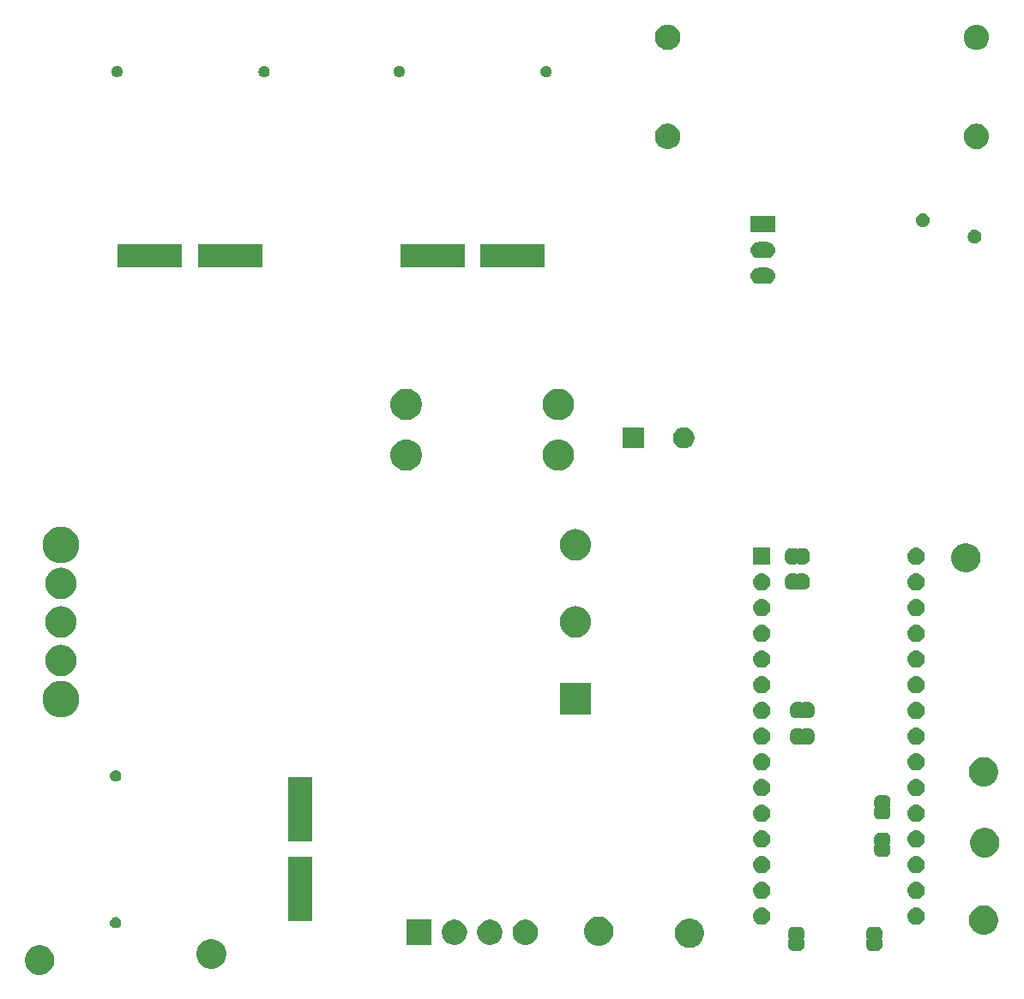
<source format=gbs>
G04 #@! TF.GenerationSoftware,KiCad,Pcbnew,(5.1.2)-2*
G04 #@! TF.CreationDate,2019-12-07T23:42:41-08:00*
G04 #@! TF.ProjectId,Precharger,50726563-6861-4726-9765-722e6b696361,rev?*
G04 #@! TF.SameCoordinates,Original*
G04 #@! TF.FileFunction,Soldermask,Bot*
G04 #@! TF.FilePolarity,Negative*
%FSLAX46Y46*%
G04 Gerber Fmt 4.6, Leading zero omitted, Abs format (unit mm)*
G04 Created by KiCad (PCBNEW (5.1.2)-2) date 2019-12-07 23:42:41*
%MOMM*%
%LPD*%
G04 APERTURE LIST*
%ADD10C,0.100000*%
G04 APERTURE END LIST*
D10*
G36*
X102923241Y-136204760D02*
G01*
X103187305Y-136314139D01*
X103424958Y-136472934D01*
X103627066Y-136675042D01*
X103785861Y-136912695D01*
X103895240Y-137176759D01*
X103951000Y-137457088D01*
X103951000Y-137742912D01*
X103895240Y-138023241D01*
X103785861Y-138287305D01*
X103627066Y-138524958D01*
X103424958Y-138727066D01*
X103187305Y-138885861D01*
X102923241Y-138995240D01*
X102642912Y-139051000D01*
X102357088Y-139051000D01*
X102076759Y-138995240D01*
X101812695Y-138885861D01*
X101575042Y-138727066D01*
X101372934Y-138524958D01*
X101214139Y-138287305D01*
X101104760Y-138023241D01*
X101049000Y-137742912D01*
X101049000Y-137457088D01*
X101104760Y-137176759D01*
X101214139Y-136912695D01*
X101372934Y-136675042D01*
X101575042Y-136472934D01*
X101812695Y-136314139D01*
X102076759Y-136204760D01*
X102357088Y-136149000D01*
X102642912Y-136149000D01*
X102923241Y-136204760D01*
X102923241Y-136204760D01*
G37*
G36*
X119873241Y-135604760D02*
G01*
X120137305Y-135714139D01*
X120374958Y-135872934D01*
X120577066Y-136075042D01*
X120735861Y-136312695D01*
X120845240Y-136576759D01*
X120901000Y-136857088D01*
X120901000Y-137142912D01*
X120845240Y-137423241D01*
X120735861Y-137687305D01*
X120577066Y-137924958D01*
X120374958Y-138127066D01*
X120137305Y-138285861D01*
X119873241Y-138395240D01*
X119592912Y-138451000D01*
X119307088Y-138451000D01*
X119026759Y-138395240D01*
X118762695Y-138285861D01*
X118525042Y-138127066D01*
X118322934Y-137924958D01*
X118164139Y-137687305D01*
X118054760Y-137423241D01*
X117999000Y-137142912D01*
X117999000Y-136857088D01*
X118054760Y-136576759D01*
X118164139Y-136312695D01*
X118322934Y-136075042D01*
X118525042Y-135872934D01*
X118762695Y-135714139D01*
X119026759Y-135604760D01*
X119307088Y-135549000D01*
X119592912Y-135549000D01*
X119873241Y-135604760D01*
X119873241Y-135604760D01*
G37*
G36*
X185162199Y-134299954D02*
G01*
X185174450Y-134300556D01*
X185192869Y-134300556D01*
X185215149Y-134302750D01*
X185299233Y-134319476D01*
X185320660Y-134325976D01*
X185399858Y-134358780D01*
X185405303Y-134361691D01*
X185405309Y-134361693D01*
X185414169Y-134366429D01*
X185414173Y-134366432D01*
X185419614Y-134369340D01*
X185490899Y-134416971D01*
X185508204Y-134431172D01*
X185568828Y-134491796D01*
X185583029Y-134509101D01*
X185630660Y-134580386D01*
X185633568Y-134585827D01*
X185633571Y-134585831D01*
X185638307Y-134594691D01*
X185638309Y-134594697D01*
X185641220Y-134600142D01*
X185674024Y-134679340D01*
X185680524Y-134700767D01*
X185697250Y-134784851D01*
X185699444Y-134807131D01*
X185699444Y-134825550D01*
X185700046Y-134837801D01*
X185701852Y-134856139D01*
X185701852Y-135343860D01*
X185700263Y-135359999D01*
X185697348Y-135369608D01*
X185692610Y-135378472D01*
X185686237Y-135386237D01*
X185673794Y-135396448D01*
X185663425Y-135403378D01*
X185646098Y-135420705D01*
X185632485Y-135441080D01*
X185623109Y-135463720D01*
X185618329Y-135487753D01*
X185618330Y-135512257D01*
X185623112Y-135536290D01*
X185632490Y-135558929D01*
X185646105Y-135579302D01*
X185663432Y-135596629D01*
X185673802Y-135603558D01*
X185686237Y-135613763D01*
X185692610Y-135621528D01*
X185697348Y-135630392D01*
X185700263Y-135640001D01*
X185701852Y-135656140D01*
X185701852Y-136143862D01*
X185700046Y-136162199D01*
X185699444Y-136174450D01*
X185699444Y-136192869D01*
X185697250Y-136215149D01*
X185680524Y-136299233D01*
X185674024Y-136320660D01*
X185641220Y-136399858D01*
X185638309Y-136405303D01*
X185638307Y-136405309D01*
X185633571Y-136414169D01*
X185633568Y-136414173D01*
X185630660Y-136419614D01*
X185583029Y-136490899D01*
X185568828Y-136508204D01*
X185508204Y-136568828D01*
X185490899Y-136583029D01*
X185419614Y-136630660D01*
X185414173Y-136633568D01*
X185414169Y-136633571D01*
X185405309Y-136638307D01*
X185405303Y-136638309D01*
X185399858Y-136641220D01*
X185320660Y-136674024D01*
X185299233Y-136680524D01*
X185215149Y-136697250D01*
X185192869Y-136699444D01*
X185174450Y-136699444D01*
X185162199Y-136700046D01*
X185143862Y-136701852D01*
X184656138Y-136701852D01*
X184637801Y-136700046D01*
X184625550Y-136699444D01*
X184607131Y-136699444D01*
X184584851Y-136697250D01*
X184500767Y-136680524D01*
X184479340Y-136674024D01*
X184400142Y-136641220D01*
X184394697Y-136638309D01*
X184394691Y-136638307D01*
X184385831Y-136633571D01*
X184385827Y-136633568D01*
X184380386Y-136630660D01*
X184309101Y-136583029D01*
X184291796Y-136568828D01*
X184231172Y-136508204D01*
X184216971Y-136490899D01*
X184169340Y-136419614D01*
X184166432Y-136414173D01*
X184166429Y-136414169D01*
X184161693Y-136405309D01*
X184161691Y-136405303D01*
X184158780Y-136399858D01*
X184125976Y-136320660D01*
X184119476Y-136299233D01*
X184102750Y-136215149D01*
X184100556Y-136192869D01*
X184100556Y-136174450D01*
X184099954Y-136162199D01*
X184098148Y-136143862D01*
X184098148Y-135656140D01*
X184099737Y-135640001D01*
X184102652Y-135630392D01*
X184107390Y-135621528D01*
X184113763Y-135613763D01*
X184126206Y-135603552D01*
X184136575Y-135596622D01*
X184153902Y-135579295D01*
X184167515Y-135558920D01*
X184176891Y-135536280D01*
X184181671Y-135512247D01*
X184181670Y-135487743D01*
X184176888Y-135463710D01*
X184167510Y-135441071D01*
X184153895Y-135420698D01*
X184136568Y-135403371D01*
X184126198Y-135396442D01*
X184113763Y-135386237D01*
X184107390Y-135378472D01*
X184102652Y-135369608D01*
X184099737Y-135359999D01*
X184098148Y-135343860D01*
X184098148Y-134856139D01*
X184099954Y-134837801D01*
X184100556Y-134825550D01*
X184100556Y-134807131D01*
X184102750Y-134784851D01*
X184119476Y-134700767D01*
X184125976Y-134679340D01*
X184158780Y-134600142D01*
X184161691Y-134594697D01*
X184161693Y-134594691D01*
X184166429Y-134585831D01*
X184166432Y-134585827D01*
X184169340Y-134580386D01*
X184216971Y-134509101D01*
X184231172Y-134491796D01*
X184291796Y-134431172D01*
X184309101Y-134416971D01*
X184380386Y-134369340D01*
X184385827Y-134366432D01*
X184385831Y-134366429D01*
X184394691Y-134361693D01*
X184394697Y-134361691D01*
X184400142Y-134358780D01*
X184479340Y-134325976D01*
X184500767Y-134319476D01*
X184584851Y-134302750D01*
X184607131Y-134300556D01*
X184625550Y-134300556D01*
X184637801Y-134299954D01*
X184656139Y-134298148D01*
X185143861Y-134298148D01*
X185162199Y-134299954D01*
X185162199Y-134299954D01*
G37*
G36*
X177462199Y-134299954D02*
G01*
X177474450Y-134300556D01*
X177492869Y-134300556D01*
X177515149Y-134302750D01*
X177599233Y-134319476D01*
X177620660Y-134325976D01*
X177699858Y-134358780D01*
X177705303Y-134361691D01*
X177705309Y-134361693D01*
X177714169Y-134366429D01*
X177714173Y-134366432D01*
X177719614Y-134369340D01*
X177790899Y-134416971D01*
X177808204Y-134431172D01*
X177868828Y-134491796D01*
X177883029Y-134509101D01*
X177930660Y-134580386D01*
X177933568Y-134585827D01*
X177933571Y-134585831D01*
X177938307Y-134594691D01*
X177938309Y-134594697D01*
X177941220Y-134600142D01*
X177974024Y-134679340D01*
X177980524Y-134700767D01*
X177997250Y-134784851D01*
X177999444Y-134807131D01*
X177999444Y-134825550D01*
X178000046Y-134837801D01*
X178001852Y-134856139D01*
X178001852Y-135343860D01*
X178000263Y-135359999D01*
X177997348Y-135369608D01*
X177992610Y-135378472D01*
X177986237Y-135386237D01*
X177973794Y-135396448D01*
X177963425Y-135403378D01*
X177946098Y-135420705D01*
X177932485Y-135441080D01*
X177923109Y-135463720D01*
X177918329Y-135487753D01*
X177918330Y-135512257D01*
X177923112Y-135536290D01*
X177932490Y-135558929D01*
X177946105Y-135579302D01*
X177963432Y-135596629D01*
X177973802Y-135603558D01*
X177986237Y-135613763D01*
X177992610Y-135621528D01*
X177997348Y-135630392D01*
X178000263Y-135640001D01*
X178001852Y-135656140D01*
X178001852Y-136143862D01*
X178000046Y-136162199D01*
X177999444Y-136174450D01*
X177999444Y-136192869D01*
X177997250Y-136215149D01*
X177980524Y-136299233D01*
X177974024Y-136320660D01*
X177941220Y-136399858D01*
X177938309Y-136405303D01*
X177938307Y-136405309D01*
X177933571Y-136414169D01*
X177933568Y-136414173D01*
X177930660Y-136419614D01*
X177883029Y-136490899D01*
X177868828Y-136508204D01*
X177808204Y-136568828D01*
X177790899Y-136583029D01*
X177719614Y-136630660D01*
X177714173Y-136633568D01*
X177714169Y-136633571D01*
X177705309Y-136638307D01*
X177705303Y-136638309D01*
X177699858Y-136641220D01*
X177620660Y-136674024D01*
X177599233Y-136680524D01*
X177515149Y-136697250D01*
X177492869Y-136699444D01*
X177474450Y-136699444D01*
X177462199Y-136700046D01*
X177443862Y-136701852D01*
X176956138Y-136701852D01*
X176937801Y-136700046D01*
X176925550Y-136699444D01*
X176907131Y-136699444D01*
X176884851Y-136697250D01*
X176800767Y-136680524D01*
X176779340Y-136674024D01*
X176700142Y-136641220D01*
X176694697Y-136638309D01*
X176694691Y-136638307D01*
X176685831Y-136633571D01*
X176685827Y-136633568D01*
X176680386Y-136630660D01*
X176609101Y-136583029D01*
X176591796Y-136568828D01*
X176531172Y-136508204D01*
X176516971Y-136490899D01*
X176469340Y-136419614D01*
X176466432Y-136414173D01*
X176466429Y-136414169D01*
X176461693Y-136405309D01*
X176461691Y-136405303D01*
X176458780Y-136399858D01*
X176425976Y-136320660D01*
X176419476Y-136299233D01*
X176402750Y-136215149D01*
X176400556Y-136192869D01*
X176400556Y-136174450D01*
X176399954Y-136162199D01*
X176398148Y-136143862D01*
X176398148Y-135656140D01*
X176399737Y-135640001D01*
X176402652Y-135630392D01*
X176407390Y-135621528D01*
X176413763Y-135613763D01*
X176426206Y-135603552D01*
X176436575Y-135596622D01*
X176453902Y-135579295D01*
X176467515Y-135558920D01*
X176476891Y-135536280D01*
X176481671Y-135512247D01*
X176481670Y-135487743D01*
X176476888Y-135463710D01*
X176467510Y-135441071D01*
X176453895Y-135420698D01*
X176436568Y-135403371D01*
X176426198Y-135396442D01*
X176413763Y-135386237D01*
X176407390Y-135378472D01*
X176402652Y-135369608D01*
X176399737Y-135359999D01*
X176398148Y-135343860D01*
X176398148Y-134856139D01*
X176399954Y-134837801D01*
X176400556Y-134825550D01*
X176400556Y-134807131D01*
X176402750Y-134784851D01*
X176419476Y-134700767D01*
X176425976Y-134679340D01*
X176458780Y-134600142D01*
X176461691Y-134594697D01*
X176461693Y-134594691D01*
X176466429Y-134585831D01*
X176466432Y-134585827D01*
X176469340Y-134580386D01*
X176516971Y-134509101D01*
X176531172Y-134491796D01*
X176591796Y-134431172D01*
X176609101Y-134416971D01*
X176680386Y-134369340D01*
X176685827Y-134366432D01*
X176685831Y-134366429D01*
X176694691Y-134361693D01*
X176694697Y-134361691D01*
X176700142Y-134358780D01*
X176779340Y-134325976D01*
X176800767Y-134319476D01*
X176884851Y-134302750D01*
X176907131Y-134300556D01*
X176925550Y-134300556D01*
X176937801Y-134299954D01*
X176956139Y-134298148D01*
X177443861Y-134298148D01*
X177462199Y-134299954D01*
X177462199Y-134299954D01*
G37*
G36*
X167073241Y-133554760D02*
G01*
X167337305Y-133664139D01*
X167574958Y-133822934D01*
X167777066Y-134025042D01*
X167935861Y-134262695D01*
X168045240Y-134526759D01*
X168101000Y-134807088D01*
X168101000Y-135092912D01*
X168045240Y-135373241D01*
X167935861Y-135637305D01*
X167777066Y-135874958D01*
X167574958Y-136077066D01*
X167337305Y-136235861D01*
X167073241Y-136345240D01*
X166792912Y-136401000D01*
X166507088Y-136401000D01*
X166226759Y-136345240D01*
X165962695Y-136235861D01*
X165725042Y-136077066D01*
X165522934Y-135874958D01*
X165364139Y-135637305D01*
X165254760Y-135373241D01*
X165199000Y-135092912D01*
X165199000Y-134807088D01*
X165254760Y-134526759D01*
X165364139Y-134262695D01*
X165522934Y-134025042D01*
X165725042Y-133822934D01*
X165962695Y-133664139D01*
X166226759Y-133554760D01*
X166507088Y-133499000D01*
X166792912Y-133499000D01*
X167073241Y-133554760D01*
X167073241Y-133554760D01*
G37*
G36*
X158123241Y-133354760D02*
G01*
X158387305Y-133464139D01*
X158624958Y-133622934D01*
X158827066Y-133825042D01*
X158985861Y-134062695D01*
X159095240Y-134326759D01*
X159151000Y-134607088D01*
X159151000Y-134892912D01*
X159095240Y-135173241D01*
X158985861Y-135437305D01*
X158827066Y-135674958D01*
X158624958Y-135877066D01*
X158387305Y-136035861D01*
X158123241Y-136145240D01*
X157842912Y-136201000D01*
X157557088Y-136201000D01*
X157276759Y-136145240D01*
X157012695Y-136035861D01*
X156775042Y-135877066D01*
X156572934Y-135674958D01*
X156414139Y-135437305D01*
X156304760Y-135173241D01*
X156249000Y-134892912D01*
X156249000Y-134607088D01*
X156304760Y-134326759D01*
X156414139Y-134062695D01*
X156572934Y-133825042D01*
X156775042Y-133622934D01*
X157012695Y-133464139D01*
X157276759Y-133354760D01*
X157557088Y-133299000D01*
X157842912Y-133299000D01*
X158123241Y-133354760D01*
X158123241Y-133354760D01*
G37*
G36*
X147314903Y-133647075D02*
G01*
X147527362Y-133735078D01*
X147542571Y-133741378D01*
X147747466Y-133878285D01*
X147921715Y-134052534D01*
X148054488Y-134251242D01*
X148058623Y-134257431D01*
X148152925Y-134485097D01*
X148201000Y-134726786D01*
X148201000Y-134973214D01*
X148152925Y-135214903D01*
X148079317Y-135392610D01*
X148058622Y-135442571D01*
X147921715Y-135647466D01*
X147747466Y-135821715D01*
X147542571Y-135958622D01*
X147542570Y-135958623D01*
X147542569Y-135958623D01*
X147314903Y-136052925D01*
X147073214Y-136101000D01*
X146826786Y-136101000D01*
X146585097Y-136052925D01*
X146357431Y-135958623D01*
X146357430Y-135958623D01*
X146357429Y-135958622D01*
X146152534Y-135821715D01*
X145978285Y-135647466D01*
X145841378Y-135442571D01*
X145820684Y-135392610D01*
X145747075Y-135214903D01*
X145699000Y-134973214D01*
X145699000Y-134726786D01*
X145747075Y-134485097D01*
X145841377Y-134257431D01*
X145845512Y-134251242D01*
X145978285Y-134052534D01*
X146152534Y-133878285D01*
X146357429Y-133741378D01*
X146372639Y-133735078D01*
X146585097Y-133647075D01*
X146826786Y-133599000D01*
X147073214Y-133599000D01*
X147314903Y-133647075D01*
X147314903Y-133647075D01*
G37*
G36*
X141201000Y-136101000D02*
G01*
X138699000Y-136101000D01*
X138699000Y-133599000D01*
X141201000Y-133599000D01*
X141201000Y-136101000D01*
X141201000Y-136101000D01*
G37*
G36*
X150814903Y-133647075D02*
G01*
X151027362Y-133735078D01*
X151042571Y-133741378D01*
X151247466Y-133878285D01*
X151421715Y-134052534D01*
X151554488Y-134251242D01*
X151558623Y-134257431D01*
X151652925Y-134485097D01*
X151701000Y-134726786D01*
X151701000Y-134973214D01*
X151652925Y-135214903D01*
X151579317Y-135392610D01*
X151558622Y-135442571D01*
X151421715Y-135647466D01*
X151247466Y-135821715D01*
X151042571Y-135958622D01*
X151042570Y-135958623D01*
X151042569Y-135958623D01*
X150814903Y-136052925D01*
X150573214Y-136101000D01*
X150326786Y-136101000D01*
X150085097Y-136052925D01*
X149857431Y-135958623D01*
X149857430Y-135958623D01*
X149857429Y-135958622D01*
X149652534Y-135821715D01*
X149478285Y-135647466D01*
X149341378Y-135442571D01*
X149320684Y-135392610D01*
X149247075Y-135214903D01*
X149199000Y-134973214D01*
X149199000Y-134726786D01*
X149247075Y-134485097D01*
X149341377Y-134257431D01*
X149345512Y-134251242D01*
X149478285Y-134052534D01*
X149652534Y-133878285D01*
X149857429Y-133741378D01*
X149872639Y-133735078D01*
X150085097Y-133647075D01*
X150326786Y-133599000D01*
X150573214Y-133599000D01*
X150814903Y-133647075D01*
X150814903Y-133647075D01*
G37*
G36*
X143814903Y-133647075D02*
G01*
X144027362Y-133735078D01*
X144042571Y-133741378D01*
X144247466Y-133878285D01*
X144421715Y-134052534D01*
X144554488Y-134251242D01*
X144558623Y-134257431D01*
X144652925Y-134485097D01*
X144701000Y-134726786D01*
X144701000Y-134973214D01*
X144652925Y-135214903D01*
X144579317Y-135392610D01*
X144558622Y-135442571D01*
X144421715Y-135647466D01*
X144247466Y-135821715D01*
X144042571Y-135958622D01*
X144042570Y-135958623D01*
X144042569Y-135958623D01*
X143814903Y-136052925D01*
X143573214Y-136101000D01*
X143326786Y-136101000D01*
X143085097Y-136052925D01*
X142857431Y-135958623D01*
X142857430Y-135958623D01*
X142857429Y-135958622D01*
X142652534Y-135821715D01*
X142478285Y-135647466D01*
X142341378Y-135442571D01*
X142320684Y-135392610D01*
X142247075Y-135214903D01*
X142199000Y-134973214D01*
X142199000Y-134726786D01*
X142247075Y-134485097D01*
X142341377Y-134257431D01*
X142345512Y-134251242D01*
X142478285Y-134052534D01*
X142652534Y-133878285D01*
X142857429Y-133741378D01*
X142872639Y-133735078D01*
X143085097Y-133647075D01*
X143326786Y-133599000D01*
X143573214Y-133599000D01*
X143814903Y-133647075D01*
X143814903Y-133647075D01*
G37*
G36*
X196113241Y-132264760D02*
G01*
X196377305Y-132374139D01*
X196614958Y-132532934D01*
X196817066Y-132735042D01*
X196975861Y-132972695D01*
X197085240Y-133236759D01*
X197141000Y-133517088D01*
X197141000Y-133802912D01*
X197085240Y-134083241D01*
X196975861Y-134347305D01*
X196817066Y-134584958D01*
X196614958Y-134787066D01*
X196377305Y-134945861D01*
X196113241Y-135055240D01*
X195832912Y-135111000D01*
X195547088Y-135111000D01*
X195266759Y-135055240D01*
X195002695Y-134945861D01*
X194765042Y-134787066D01*
X194562934Y-134584958D01*
X194404139Y-134347305D01*
X194294760Y-134083241D01*
X194239000Y-133802912D01*
X194239000Y-133517088D01*
X194294760Y-133236759D01*
X194404139Y-132972695D01*
X194562934Y-132735042D01*
X194765042Y-132532934D01*
X195002695Y-132374139D01*
X195266759Y-132264760D01*
X195547088Y-132209000D01*
X195832912Y-132209000D01*
X196113241Y-132264760D01*
X196113241Y-132264760D01*
G37*
G36*
X110160721Y-133370174D02*
G01*
X110260995Y-133411709D01*
X110305812Y-133441655D01*
X110351242Y-133472010D01*
X110427990Y-133548758D01*
X110427991Y-133548760D01*
X110488291Y-133639005D01*
X110529826Y-133739279D01*
X110551000Y-133845730D01*
X110551000Y-133954270D01*
X110529826Y-134060721D01*
X110488291Y-134160995D01*
X110488290Y-134160996D01*
X110427990Y-134251242D01*
X110351242Y-134327990D01*
X110322335Y-134347305D01*
X110260995Y-134388291D01*
X110160721Y-134429826D01*
X110054270Y-134451000D01*
X109945730Y-134451000D01*
X109839279Y-134429826D01*
X109739005Y-134388291D01*
X109677665Y-134347305D01*
X109648758Y-134327990D01*
X109572010Y-134251242D01*
X109511710Y-134160996D01*
X109511709Y-134160995D01*
X109470174Y-134060721D01*
X109449000Y-133954270D01*
X109449000Y-133845730D01*
X109470174Y-133739279D01*
X109511709Y-133639005D01*
X109572009Y-133548760D01*
X109572010Y-133548758D01*
X109648758Y-133472010D01*
X109694188Y-133441655D01*
X109739005Y-133411709D01*
X109839279Y-133370174D01*
X109945730Y-133349000D01*
X110054270Y-133349000D01*
X110160721Y-133370174D01*
X110160721Y-133370174D01*
G37*
G36*
X173966823Y-132421313D02*
G01*
X174127242Y-132469976D01*
X174245028Y-132532934D01*
X174275078Y-132548996D01*
X174404659Y-132655341D01*
X174511004Y-132784922D01*
X174511005Y-132784924D01*
X174590024Y-132932758D01*
X174638687Y-133093177D01*
X174655117Y-133260000D01*
X174638687Y-133426823D01*
X174590024Y-133587242D01*
X174548921Y-133664140D01*
X174511004Y-133735078D01*
X174404659Y-133864659D01*
X174275078Y-133971004D01*
X174275076Y-133971005D01*
X174127242Y-134050024D01*
X173966823Y-134098687D01*
X173841804Y-134111000D01*
X173758196Y-134111000D01*
X173633177Y-134098687D01*
X173472758Y-134050024D01*
X173324924Y-133971005D01*
X173324922Y-133971004D01*
X173195341Y-133864659D01*
X173088996Y-133735078D01*
X173051079Y-133664140D01*
X173009976Y-133587242D01*
X172961313Y-133426823D01*
X172944883Y-133260000D01*
X172961313Y-133093177D01*
X173009976Y-132932758D01*
X173088995Y-132784924D01*
X173088996Y-132784922D01*
X173195341Y-132655341D01*
X173324922Y-132548996D01*
X173354972Y-132532934D01*
X173472758Y-132469976D01*
X173633177Y-132421313D01*
X173758196Y-132409000D01*
X173841804Y-132409000D01*
X173966823Y-132421313D01*
X173966823Y-132421313D01*
G37*
G36*
X189206823Y-132421313D02*
G01*
X189367242Y-132469976D01*
X189485028Y-132532934D01*
X189515078Y-132548996D01*
X189644659Y-132655341D01*
X189751004Y-132784922D01*
X189751005Y-132784924D01*
X189830024Y-132932758D01*
X189878687Y-133093177D01*
X189895117Y-133260000D01*
X189878687Y-133426823D01*
X189830024Y-133587242D01*
X189788921Y-133664140D01*
X189751004Y-133735078D01*
X189644659Y-133864659D01*
X189515078Y-133971004D01*
X189515076Y-133971005D01*
X189367242Y-134050024D01*
X189206823Y-134098687D01*
X189081804Y-134111000D01*
X188998196Y-134111000D01*
X188873177Y-134098687D01*
X188712758Y-134050024D01*
X188564924Y-133971005D01*
X188564922Y-133971004D01*
X188435341Y-133864659D01*
X188328996Y-133735078D01*
X188291079Y-133664140D01*
X188249976Y-133587242D01*
X188201313Y-133426823D01*
X188184883Y-133260000D01*
X188201313Y-133093177D01*
X188249976Y-132932758D01*
X188328995Y-132784924D01*
X188328996Y-132784922D01*
X188435341Y-132655341D01*
X188564922Y-132548996D01*
X188594972Y-132532934D01*
X188712758Y-132469976D01*
X188873177Y-132421313D01*
X188998196Y-132409000D01*
X189081804Y-132409000D01*
X189206823Y-132421313D01*
X189206823Y-132421313D01*
G37*
G36*
X129376000Y-133776000D02*
G01*
X127024000Y-133776000D01*
X127024000Y-127424000D01*
X129376000Y-127424000D01*
X129376000Y-133776000D01*
X129376000Y-133776000D01*
G37*
G36*
X173966823Y-129881313D02*
G01*
X174127242Y-129929976D01*
X174259906Y-130000886D01*
X174275078Y-130008996D01*
X174404659Y-130115341D01*
X174511004Y-130244922D01*
X174511005Y-130244924D01*
X174590024Y-130392758D01*
X174638687Y-130553177D01*
X174655117Y-130720000D01*
X174638687Y-130886823D01*
X174590024Y-131047242D01*
X174519114Y-131179906D01*
X174511004Y-131195078D01*
X174404659Y-131324659D01*
X174275078Y-131431004D01*
X174275076Y-131431005D01*
X174127242Y-131510024D01*
X173966823Y-131558687D01*
X173841804Y-131571000D01*
X173758196Y-131571000D01*
X173633177Y-131558687D01*
X173472758Y-131510024D01*
X173324924Y-131431005D01*
X173324922Y-131431004D01*
X173195341Y-131324659D01*
X173088996Y-131195078D01*
X173080886Y-131179906D01*
X173009976Y-131047242D01*
X172961313Y-130886823D01*
X172944883Y-130720000D01*
X172961313Y-130553177D01*
X173009976Y-130392758D01*
X173088995Y-130244924D01*
X173088996Y-130244922D01*
X173195341Y-130115341D01*
X173324922Y-130008996D01*
X173340094Y-130000886D01*
X173472758Y-129929976D01*
X173633177Y-129881313D01*
X173758196Y-129869000D01*
X173841804Y-129869000D01*
X173966823Y-129881313D01*
X173966823Y-129881313D01*
G37*
G36*
X189206823Y-129881313D02*
G01*
X189367242Y-129929976D01*
X189499906Y-130000886D01*
X189515078Y-130008996D01*
X189644659Y-130115341D01*
X189751004Y-130244922D01*
X189751005Y-130244924D01*
X189830024Y-130392758D01*
X189878687Y-130553177D01*
X189895117Y-130720000D01*
X189878687Y-130886823D01*
X189830024Y-131047242D01*
X189759114Y-131179906D01*
X189751004Y-131195078D01*
X189644659Y-131324659D01*
X189515078Y-131431004D01*
X189515076Y-131431005D01*
X189367242Y-131510024D01*
X189206823Y-131558687D01*
X189081804Y-131571000D01*
X188998196Y-131571000D01*
X188873177Y-131558687D01*
X188712758Y-131510024D01*
X188564924Y-131431005D01*
X188564922Y-131431004D01*
X188435341Y-131324659D01*
X188328996Y-131195078D01*
X188320886Y-131179906D01*
X188249976Y-131047242D01*
X188201313Y-130886823D01*
X188184883Y-130720000D01*
X188201313Y-130553177D01*
X188249976Y-130392758D01*
X188328995Y-130244924D01*
X188328996Y-130244922D01*
X188435341Y-130115341D01*
X188564922Y-130008996D01*
X188580094Y-130000886D01*
X188712758Y-129929976D01*
X188873177Y-129881313D01*
X188998196Y-129869000D01*
X189081804Y-129869000D01*
X189206823Y-129881313D01*
X189206823Y-129881313D01*
G37*
G36*
X189206823Y-127341313D02*
G01*
X189367242Y-127389976D01*
X189430896Y-127424000D01*
X189515078Y-127468996D01*
X189644659Y-127575341D01*
X189751004Y-127704922D01*
X189751005Y-127704924D01*
X189830024Y-127852758D01*
X189878687Y-128013177D01*
X189895117Y-128180000D01*
X189878687Y-128346823D01*
X189830024Y-128507242D01*
X189759114Y-128639906D01*
X189751004Y-128655078D01*
X189644659Y-128784659D01*
X189515078Y-128891004D01*
X189515076Y-128891005D01*
X189367242Y-128970024D01*
X189206823Y-129018687D01*
X189081804Y-129031000D01*
X188998196Y-129031000D01*
X188873177Y-129018687D01*
X188712758Y-128970024D01*
X188564924Y-128891005D01*
X188564922Y-128891004D01*
X188435341Y-128784659D01*
X188328996Y-128655078D01*
X188320886Y-128639906D01*
X188249976Y-128507242D01*
X188201313Y-128346823D01*
X188184883Y-128180000D01*
X188201313Y-128013177D01*
X188249976Y-127852758D01*
X188328995Y-127704924D01*
X188328996Y-127704922D01*
X188435341Y-127575341D01*
X188564922Y-127468996D01*
X188649104Y-127424000D01*
X188712758Y-127389976D01*
X188873177Y-127341313D01*
X188998196Y-127329000D01*
X189081804Y-127329000D01*
X189206823Y-127341313D01*
X189206823Y-127341313D01*
G37*
G36*
X173966823Y-127341313D02*
G01*
X174127242Y-127389976D01*
X174190896Y-127424000D01*
X174275078Y-127468996D01*
X174404659Y-127575341D01*
X174511004Y-127704922D01*
X174511005Y-127704924D01*
X174590024Y-127852758D01*
X174638687Y-128013177D01*
X174655117Y-128180000D01*
X174638687Y-128346823D01*
X174590024Y-128507242D01*
X174519114Y-128639906D01*
X174511004Y-128655078D01*
X174404659Y-128784659D01*
X174275078Y-128891004D01*
X174275076Y-128891005D01*
X174127242Y-128970024D01*
X173966823Y-129018687D01*
X173841804Y-129031000D01*
X173758196Y-129031000D01*
X173633177Y-129018687D01*
X173472758Y-128970024D01*
X173324924Y-128891005D01*
X173324922Y-128891004D01*
X173195341Y-128784659D01*
X173088996Y-128655078D01*
X173080886Y-128639906D01*
X173009976Y-128507242D01*
X172961313Y-128346823D01*
X172944883Y-128180000D01*
X172961313Y-128013177D01*
X173009976Y-127852758D01*
X173088995Y-127704924D01*
X173088996Y-127704922D01*
X173195341Y-127575341D01*
X173324922Y-127468996D01*
X173409104Y-127424000D01*
X173472758Y-127389976D01*
X173633177Y-127341313D01*
X173758196Y-127329000D01*
X173841804Y-127329000D01*
X173966823Y-127341313D01*
X173966823Y-127341313D01*
G37*
G36*
X196223241Y-124604760D02*
G01*
X196487305Y-124714139D01*
X196724958Y-124872934D01*
X196927066Y-125075042D01*
X197085861Y-125312695D01*
X197195240Y-125576759D01*
X197251000Y-125857088D01*
X197251000Y-126142912D01*
X197195240Y-126423241D01*
X197085861Y-126687305D01*
X196927066Y-126924958D01*
X196724958Y-127127066D01*
X196487305Y-127285861D01*
X196223241Y-127395240D01*
X195942912Y-127451000D01*
X195657088Y-127451000D01*
X195376759Y-127395240D01*
X195112695Y-127285861D01*
X194875042Y-127127066D01*
X194672934Y-126924958D01*
X194514139Y-126687305D01*
X194404760Y-126423241D01*
X194349000Y-126142912D01*
X194349000Y-125857088D01*
X194404760Y-125576759D01*
X194514139Y-125312695D01*
X194672934Y-125075042D01*
X194875042Y-124872934D01*
X195112695Y-124714139D01*
X195376759Y-124604760D01*
X195657088Y-124549000D01*
X195942912Y-124549000D01*
X196223241Y-124604760D01*
X196223241Y-124604760D01*
G37*
G36*
X185962199Y-124999954D02*
G01*
X185974450Y-125000556D01*
X185992869Y-125000556D01*
X186015149Y-125002750D01*
X186099233Y-125019476D01*
X186120660Y-125025976D01*
X186199858Y-125058780D01*
X186205303Y-125061691D01*
X186205309Y-125061693D01*
X186214169Y-125066429D01*
X186214173Y-125066432D01*
X186219614Y-125069340D01*
X186290899Y-125116971D01*
X186308204Y-125131172D01*
X186368828Y-125191796D01*
X186383029Y-125209101D01*
X186430660Y-125280386D01*
X186433568Y-125285827D01*
X186433571Y-125285831D01*
X186438307Y-125294691D01*
X186438309Y-125294697D01*
X186441220Y-125300142D01*
X186474024Y-125379340D01*
X186480524Y-125400767D01*
X186497250Y-125484851D01*
X186499444Y-125507131D01*
X186499444Y-125525550D01*
X186500046Y-125537801D01*
X186501852Y-125556139D01*
X186501852Y-126043860D01*
X186500263Y-126059999D01*
X186497348Y-126069608D01*
X186492610Y-126078472D01*
X186486237Y-126086237D01*
X186473794Y-126096448D01*
X186463425Y-126103378D01*
X186446098Y-126120705D01*
X186432485Y-126141080D01*
X186423109Y-126163720D01*
X186418329Y-126187753D01*
X186418330Y-126212257D01*
X186423112Y-126236290D01*
X186432490Y-126258929D01*
X186446105Y-126279302D01*
X186463432Y-126296629D01*
X186473802Y-126303558D01*
X186486237Y-126313763D01*
X186492610Y-126321528D01*
X186497348Y-126330392D01*
X186500263Y-126340001D01*
X186501852Y-126356140D01*
X186501852Y-126843862D01*
X186500046Y-126862199D01*
X186499444Y-126874450D01*
X186499444Y-126892869D01*
X186497250Y-126915149D01*
X186480524Y-126999233D01*
X186474024Y-127020660D01*
X186441220Y-127099858D01*
X186438309Y-127105303D01*
X186438307Y-127105309D01*
X186433571Y-127114169D01*
X186433568Y-127114173D01*
X186430660Y-127119614D01*
X186383029Y-127190899D01*
X186368828Y-127208204D01*
X186308204Y-127268828D01*
X186290899Y-127283029D01*
X186219614Y-127330660D01*
X186214173Y-127333568D01*
X186214169Y-127333571D01*
X186205309Y-127338307D01*
X186205303Y-127338309D01*
X186199858Y-127341220D01*
X186120660Y-127374024D01*
X186099233Y-127380524D01*
X186015149Y-127397250D01*
X185992869Y-127399444D01*
X185974450Y-127399444D01*
X185962199Y-127400046D01*
X185943862Y-127401852D01*
X185456138Y-127401852D01*
X185437801Y-127400046D01*
X185425550Y-127399444D01*
X185407131Y-127399444D01*
X185384851Y-127397250D01*
X185300767Y-127380524D01*
X185279340Y-127374024D01*
X185200142Y-127341220D01*
X185194697Y-127338309D01*
X185194691Y-127338307D01*
X185185831Y-127333571D01*
X185185827Y-127333568D01*
X185180386Y-127330660D01*
X185109101Y-127283029D01*
X185091796Y-127268828D01*
X185031172Y-127208204D01*
X185016971Y-127190899D01*
X184969340Y-127119614D01*
X184966432Y-127114173D01*
X184966429Y-127114169D01*
X184961693Y-127105309D01*
X184961691Y-127105303D01*
X184958780Y-127099858D01*
X184925976Y-127020660D01*
X184919476Y-126999233D01*
X184902750Y-126915149D01*
X184900556Y-126892869D01*
X184900556Y-126874450D01*
X184899954Y-126862199D01*
X184898148Y-126843862D01*
X184898148Y-126356140D01*
X184899737Y-126340001D01*
X184902652Y-126330392D01*
X184907390Y-126321528D01*
X184913763Y-126313763D01*
X184926206Y-126303552D01*
X184936575Y-126296622D01*
X184953902Y-126279295D01*
X184967515Y-126258920D01*
X184976891Y-126236280D01*
X184981671Y-126212247D01*
X184981670Y-126187743D01*
X184976888Y-126163710D01*
X184967510Y-126141071D01*
X184953895Y-126120698D01*
X184936568Y-126103371D01*
X184926198Y-126096442D01*
X184913763Y-126086237D01*
X184907390Y-126078472D01*
X184902652Y-126069608D01*
X184899737Y-126059999D01*
X184898148Y-126043860D01*
X184898148Y-125556139D01*
X184899954Y-125537801D01*
X184900556Y-125525550D01*
X184900556Y-125507131D01*
X184902750Y-125484851D01*
X184919476Y-125400767D01*
X184925976Y-125379340D01*
X184958780Y-125300142D01*
X184961691Y-125294697D01*
X184961693Y-125294691D01*
X184966429Y-125285831D01*
X184966432Y-125285827D01*
X184969340Y-125280386D01*
X185016971Y-125209101D01*
X185031172Y-125191796D01*
X185091796Y-125131172D01*
X185109101Y-125116971D01*
X185180386Y-125069340D01*
X185185827Y-125066432D01*
X185185831Y-125066429D01*
X185194691Y-125061693D01*
X185194697Y-125061691D01*
X185200142Y-125058780D01*
X185279340Y-125025976D01*
X185300767Y-125019476D01*
X185384851Y-125002750D01*
X185407131Y-125000556D01*
X185425550Y-125000556D01*
X185437801Y-124999954D01*
X185456139Y-124998148D01*
X185943861Y-124998148D01*
X185962199Y-124999954D01*
X185962199Y-124999954D01*
G37*
G36*
X173966823Y-124801313D02*
G01*
X174127242Y-124849976D01*
X174259906Y-124920886D01*
X174275078Y-124928996D01*
X174404659Y-125035341D01*
X174511004Y-125164922D01*
X174511005Y-125164924D01*
X174590024Y-125312758D01*
X174638687Y-125473177D01*
X174655117Y-125640000D01*
X174638687Y-125806823D01*
X174590024Y-125967242D01*
X174530571Y-126078471D01*
X174511004Y-126115078D01*
X174404659Y-126244659D01*
X174275078Y-126351004D01*
X174275076Y-126351005D01*
X174127242Y-126430024D01*
X173966823Y-126478687D01*
X173841804Y-126491000D01*
X173758196Y-126491000D01*
X173633177Y-126478687D01*
X173472758Y-126430024D01*
X173324924Y-126351005D01*
X173324922Y-126351004D01*
X173195341Y-126244659D01*
X173088996Y-126115078D01*
X173069429Y-126078471D01*
X173009976Y-125967242D01*
X172961313Y-125806823D01*
X172944883Y-125640000D01*
X172961313Y-125473177D01*
X173009976Y-125312758D01*
X173088995Y-125164924D01*
X173088996Y-125164922D01*
X173195341Y-125035341D01*
X173324922Y-124928996D01*
X173340094Y-124920886D01*
X173472758Y-124849976D01*
X173633177Y-124801313D01*
X173758196Y-124789000D01*
X173841804Y-124789000D01*
X173966823Y-124801313D01*
X173966823Y-124801313D01*
G37*
G36*
X189206823Y-124801313D02*
G01*
X189367242Y-124849976D01*
X189499906Y-124920886D01*
X189515078Y-124928996D01*
X189644659Y-125035341D01*
X189751004Y-125164922D01*
X189751005Y-125164924D01*
X189830024Y-125312758D01*
X189878687Y-125473177D01*
X189895117Y-125640000D01*
X189878687Y-125806823D01*
X189830024Y-125967242D01*
X189770571Y-126078471D01*
X189751004Y-126115078D01*
X189644659Y-126244659D01*
X189515078Y-126351004D01*
X189515076Y-126351005D01*
X189367242Y-126430024D01*
X189206823Y-126478687D01*
X189081804Y-126491000D01*
X188998196Y-126491000D01*
X188873177Y-126478687D01*
X188712758Y-126430024D01*
X188564924Y-126351005D01*
X188564922Y-126351004D01*
X188435341Y-126244659D01*
X188328996Y-126115078D01*
X188309429Y-126078471D01*
X188249976Y-125967242D01*
X188201313Y-125806823D01*
X188184883Y-125640000D01*
X188201313Y-125473177D01*
X188249976Y-125312758D01*
X188328995Y-125164924D01*
X188328996Y-125164922D01*
X188435341Y-125035341D01*
X188564922Y-124928996D01*
X188580094Y-124920886D01*
X188712758Y-124849976D01*
X188873177Y-124801313D01*
X188998196Y-124789000D01*
X189081804Y-124789000D01*
X189206823Y-124801313D01*
X189206823Y-124801313D01*
G37*
G36*
X129376000Y-125876000D02*
G01*
X127024000Y-125876000D01*
X127024000Y-119524000D01*
X129376000Y-119524000D01*
X129376000Y-125876000D01*
X129376000Y-125876000D01*
G37*
G36*
X173966823Y-122261313D02*
G01*
X174127242Y-122309976D01*
X174238811Y-122369611D01*
X174275078Y-122388996D01*
X174404659Y-122495341D01*
X174511004Y-122624922D01*
X174511005Y-122624924D01*
X174590024Y-122772758D01*
X174638687Y-122933177D01*
X174655117Y-123100000D01*
X174638687Y-123266823D01*
X174590024Y-123427242D01*
X174549298Y-123503434D01*
X174511004Y-123575078D01*
X174404659Y-123704659D01*
X174275078Y-123811004D01*
X174275076Y-123811005D01*
X174127242Y-123890024D01*
X173966823Y-123938687D01*
X173841804Y-123951000D01*
X173758196Y-123951000D01*
X173633177Y-123938687D01*
X173472758Y-123890024D01*
X173324924Y-123811005D01*
X173324922Y-123811004D01*
X173195341Y-123704659D01*
X173088996Y-123575078D01*
X173050702Y-123503434D01*
X173009976Y-123427242D01*
X172961313Y-123266823D01*
X172944883Y-123100000D01*
X172961313Y-122933177D01*
X173009976Y-122772758D01*
X173088995Y-122624924D01*
X173088996Y-122624922D01*
X173195341Y-122495341D01*
X173324922Y-122388996D01*
X173361189Y-122369611D01*
X173472758Y-122309976D01*
X173633177Y-122261313D01*
X173758196Y-122249000D01*
X173841804Y-122249000D01*
X173966823Y-122261313D01*
X173966823Y-122261313D01*
G37*
G36*
X189206823Y-122261313D02*
G01*
X189367242Y-122309976D01*
X189478811Y-122369611D01*
X189515078Y-122388996D01*
X189644659Y-122495341D01*
X189751004Y-122624922D01*
X189751005Y-122624924D01*
X189830024Y-122772758D01*
X189878687Y-122933177D01*
X189895117Y-123100000D01*
X189878687Y-123266823D01*
X189830024Y-123427242D01*
X189789298Y-123503434D01*
X189751004Y-123575078D01*
X189644659Y-123704659D01*
X189515078Y-123811004D01*
X189515076Y-123811005D01*
X189367242Y-123890024D01*
X189206823Y-123938687D01*
X189081804Y-123951000D01*
X188998196Y-123951000D01*
X188873177Y-123938687D01*
X188712758Y-123890024D01*
X188564924Y-123811005D01*
X188564922Y-123811004D01*
X188435341Y-123704659D01*
X188328996Y-123575078D01*
X188290702Y-123503434D01*
X188249976Y-123427242D01*
X188201313Y-123266823D01*
X188184883Y-123100000D01*
X188201313Y-122933177D01*
X188249976Y-122772758D01*
X188328995Y-122624924D01*
X188328996Y-122624922D01*
X188435341Y-122495341D01*
X188564922Y-122388996D01*
X188601189Y-122369611D01*
X188712758Y-122309976D01*
X188873177Y-122261313D01*
X188998196Y-122249000D01*
X189081804Y-122249000D01*
X189206823Y-122261313D01*
X189206823Y-122261313D01*
G37*
G36*
X185962199Y-121299954D02*
G01*
X185974450Y-121300556D01*
X185992869Y-121300556D01*
X186015149Y-121302750D01*
X186099233Y-121319476D01*
X186120660Y-121325976D01*
X186199858Y-121358780D01*
X186205303Y-121361691D01*
X186205309Y-121361693D01*
X186214169Y-121366429D01*
X186214173Y-121366432D01*
X186219614Y-121369340D01*
X186290899Y-121416971D01*
X186308204Y-121431172D01*
X186368828Y-121491796D01*
X186383029Y-121509101D01*
X186430660Y-121580386D01*
X186433568Y-121585827D01*
X186433571Y-121585831D01*
X186438307Y-121594691D01*
X186438309Y-121594697D01*
X186441220Y-121600142D01*
X186474024Y-121679340D01*
X186480524Y-121700767D01*
X186497250Y-121784851D01*
X186499444Y-121807131D01*
X186499444Y-121825550D01*
X186500046Y-121837801D01*
X186501852Y-121856139D01*
X186501852Y-122343860D01*
X186500263Y-122359999D01*
X186497348Y-122369608D01*
X186492610Y-122378472D01*
X186486237Y-122386237D01*
X186473794Y-122396448D01*
X186463425Y-122403378D01*
X186446098Y-122420705D01*
X186432485Y-122441080D01*
X186423109Y-122463720D01*
X186418329Y-122487753D01*
X186418330Y-122512257D01*
X186423112Y-122536290D01*
X186432490Y-122558929D01*
X186446105Y-122579302D01*
X186463432Y-122596629D01*
X186473802Y-122603558D01*
X186486237Y-122613763D01*
X186492610Y-122621528D01*
X186497348Y-122630392D01*
X186500263Y-122640001D01*
X186501852Y-122656140D01*
X186501852Y-123143862D01*
X186500046Y-123162199D01*
X186499444Y-123174450D01*
X186499444Y-123192869D01*
X186497250Y-123215149D01*
X186480524Y-123299233D01*
X186474024Y-123320660D01*
X186441220Y-123399858D01*
X186438309Y-123405303D01*
X186438307Y-123405309D01*
X186433571Y-123414169D01*
X186433568Y-123414173D01*
X186430660Y-123419614D01*
X186383029Y-123490899D01*
X186368828Y-123508204D01*
X186308204Y-123568828D01*
X186290899Y-123583029D01*
X186219614Y-123630660D01*
X186214173Y-123633568D01*
X186214169Y-123633571D01*
X186205309Y-123638307D01*
X186205303Y-123638309D01*
X186199858Y-123641220D01*
X186120660Y-123674024D01*
X186099233Y-123680524D01*
X186015149Y-123697250D01*
X185992869Y-123699444D01*
X185974450Y-123699444D01*
X185962199Y-123700046D01*
X185943862Y-123701852D01*
X185456138Y-123701852D01*
X185437801Y-123700046D01*
X185425550Y-123699444D01*
X185407131Y-123699444D01*
X185384851Y-123697250D01*
X185300767Y-123680524D01*
X185279340Y-123674024D01*
X185200142Y-123641220D01*
X185194697Y-123638309D01*
X185194691Y-123638307D01*
X185185831Y-123633571D01*
X185185827Y-123633568D01*
X185180386Y-123630660D01*
X185109101Y-123583029D01*
X185091796Y-123568828D01*
X185031172Y-123508204D01*
X185016971Y-123490899D01*
X184969340Y-123419614D01*
X184966432Y-123414173D01*
X184966429Y-123414169D01*
X184961693Y-123405309D01*
X184961691Y-123405303D01*
X184958780Y-123399858D01*
X184925976Y-123320660D01*
X184919476Y-123299233D01*
X184902750Y-123215149D01*
X184900556Y-123192869D01*
X184900556Y-123174450D01*
X184899954Y-123162199D01*
X184898148Y-123143862D01*
X184898148Y-122656140D01*
X184899737Y-122640001D01*
X184902652Y-122630392D01*
X184907390Y-122621528D01*
X184913763Y-122613763D01*
X184926206Y-122603552D01*
X184936575Y-122596622D01*
X184953902Y-122579295D01*
X184967515Y-122558920D01*
X184976891Y-122536280D01*
X184981671Y-122512247D01*
X184981670Y-122487743D01*
X184976888Y-122463710D01*
X184967510Y-122441071D01*
X184953895Y-122420698D01*
X184936568Y-122403371D01*
X184926198Y-122396442D01*
X184913763Y-122386237D01*
X184907390Y-122378472D01*
X184902652Y-122369608D01*
X184899737Y-122359999D01*
X184898148Y-122343860D01*
X184898148Y-121856139D01*
X184899954Y-121837801D01*
X184900556Y-121825550D01*
X184900556Y-121807131D01*
X184902750Y-121784851D01*
X184919476Y-121700767D01*
X184925976Y-121679340D01*
X184958780Y-121600142D01*
X184961691Y-121594697D01*
X184961693Y-121594691D01*
X184966429Y-121585831D01*
X184966432Y-121585827D01*
X184969340Y-121580386D01*
X185016971Y-121509101D01*
X185031172Y-121491796D01*
X185091796Y-121431172D01*
X185109101Y-121416971D01*
X185180386Y-121369340D01*
X185185827Y-121366432D01*
X185185831Y-121366429D01*
X185194691Y-121361693D01*
X185194697Y-121361691D01*
X185200142Y-121358780D01*
X185279340Y-121325976D01*
X185300767Y-121319476D01*
X185384851Y-121302750D01*
X185407131Y-121300556D01*
X185425550Y-121300556D01*
X185437801Y-121299954D01*
X185456139Y-121298148D01*
X185943861Y-121298148D01*
X185962199Y-121299954D01*
X185962199Y-121299954D01*
G37*
G36*
X189206823Y-119721313D02*
G01*
X189367242Y-119769976D01*
X189475778Y-119827990D01*
X189515078Y-119848996D01*
X189644659Y-119955341D01*
X189751004Y-120084922D01*
X189751005Y-120084924D01*
X189830024Y-120232758D01*
X189878687Y-120393177D01*
X189895117Y-120560000D01*
X189878687Y-120726823D01*
X189830024Y-120887242D01*
X189759114Y-121019906D01*
X189751004Y-121035078D01*
X189644659Y-121164659D01*
X189515078Y-121271004D01*
X189515076Y-121271005D01*
X189367242Y-121350024D01*
X189206823Y-121398687D01*
X189081804Y-121411000D01*
X188998196Y-121411000D01*
X188873177Y-121398687D01*
X188712758Y-121350024D01*
X188564924Y-121271005D01*
X188564922Y-121271004D01*
X188435341Y-121164659D01*
X188328996Y-121035078D01*
X188320886Y-121019906D01*
X188249976Y-120887242D01*
X188201313Y-120726823D01*
X188184883Y-120560000D01*
X188201313Y-120393177D01*
X188249976Y-120232758D01*
X188328995Y-120084924D01*
X188328996Y-120084922D01*
X188435341Y-119955341D01*
X188564922Y-119848996D01*
X188604222Y-119827990D01*
X188712758Y-119769976D01*
X188873177Y-119721313D01*
X188998196Y-119709000D01*
X189081804Y-119709000D01*
X189206823Y-119721313D01*
X189206823Y-119721313D01*
G37*
G36*
X173966823Y-119721313D02*
G01*
X174127242Y-119769976D01*
X174235778Y-119827990D01*
X174275078Y-119848996D01*
X174404659Y-119955341D01*
X174511004Y-120084922D01*
X174511005Y-120084924D01*
X174590024Y-120232758D01*
X174638687Y-120393177D01*
X174655117Y-120560000D01*
X174638687Y-120726823D01*
X174590024Y-120887242D01*
X174519114Y-121019906D01*
X174511004Y-121035078D01*
X174404659Y-121164659D01*
X174275078Y-121271004D01*
X174275076Y-121271005D01*
X174127242Y-121350024D01*
X173966823Y-121398687D01*
X173841804Y-121411000D01*
X173758196Y-121411000D01*
X173633177Y-121398687D01*
X173472758Y-121350024D01*
X173324924Y-121271005D01*
X173324922Y-121271004D01*
X173195341Y-121164659D01*
X173088996Y-121035078D01*
X173080886Y-121019906D01*
X173009976Y-120887242D01*
X172961313Y-120726823D01*
X172944883Y-120560000D01*
X172961313Y-120393177D01*
X173009976Y-120232758D01*
X173088995Y-120084924D01*
X173088996Y-120084922D01*
X173195341Y-119955341D01*
X173324922Y-119848996D01*
X173364222Y-119827990D01*
X173472758Y-119769976D01*
X173633177Y-119721313D01*
X173758196Y-119709000D01*
X173841804Y-119709000D01*
X173966823Y-119721313D01*
X173966823Y-119721313D01*
G37*
G36*
X196123241Y-117604760D02*
G01*
X196387305Y-117714139D01*
X196624958Y-117872934D01*
X196827066Y-118075042D01*
X196985861Y-118312695D01*
X197095240Y-118576759D01*
X197151000Y-118857088D01*
X197151000Y-119142912D01*
X197095240Y-119423241D01*
X196985861Y-119687305D01*
X196827066Y-119924958D01*
X196624958Y-120127066D01*
X196387305Y-120285861D01*
X196123241Y-120395240D01*
X195842912Y-120451000D01*
X195557088Y-120451000D01*
X195276759Y-120395240D01*
X195012695Y-120285861D01*
X194775042Y-120127066D01*
X194572934Y-119924958D01*
X194414139Y-119687305D01*
X194304760Y-119423241D01*
X194249000Y-119142912D01*
X194249000Y-118857088D01*
X194304760Y-118576759D01*
X194414139Y-118312695D01*
X194572934Y-118075042D01*
X194775042Y-117872934D01*
X195012695Y-117714139D01*
X195276759Y-117604760D01*
X195557088Y-117549000D01*
X195842912Y-117549000D01*
X196123241Y-117604760D01*
X196123241Y-117604760D01*
G37*
G36*
X110160721Y-118870174D02*
G01*
X110260995Y-118911709D01*
X110260996Y-118911710D01*
X110351242Y-118972010D01*
X110427990Y-119048758D01*
X110427991Y-119048760D01*
X110488291Y-119139005D01*
X110529826Y-119239279D01*
X110551000Y-119345730D01*
X110551000Y-119454270D01*
X110529826Y-119560721D01*
X110488291Y-119660995D01*
X110488290Y-119660996D01*
X110427990Y-119751242D01*
X110351242Y-119827990D01*
X110319804Y-119848996D01*
X110260995Y-119888291D01*
X110160721Y-119929826D01*
X110054270Y-119951000D01*
X109945730Y-119951000D01*
X109839279Y-119929826D01*
X109739005Y-119888291D01*
X109680196Y-119848996D01*
X109648758Y-119827990D01*
X109572010Y-119751242D01*
X109511710Y-119660996D01*
X109511709Y-119660995D01*
X109470174Y-119560721D01*
X109449000Y-119454270D01*
X109449000Y-119345730D01*
X109470174Y-119239279D01*
X109511709Y-119139005D01*
X109572009Y-119048760D01*
X109572010Y-119048758D01*
X109648758Y-118972010D01*
X109739004Y-118911710D01*
X109739005Y-118911709D01*
X109839279Y-118870174D01*
X109945730Y-118849000D01*
X110054270Y-118849000D01*
X110160721Y-118870174D01*
X110160721Y-118870174D01*
G37*
G36*
X173966823Y-117181313D02*
G01*
X174127242Y-117229976D01*
X174259906Y-117300886D01*
X174275078Y-117308996D01*
X174404659Y-117415341D01*
X174511004Y-117544922D01*
X174511005Y-117544924D01*
X174590024Y-117692758D01*
X174638687Y-117853177D01*
X174655117Y-118020000D01*
X174638687Y-118186823D01*
X174590024Y-118347242D01*
X174519114Y-118479906D01*
X174511004Y-118495078D01*
X174404659Y-118624659D01*
X174275078Y-118731004D01*
X174275076Y-118731005D01*
X174127242Y-118810024D01*
X173966823Y-118858687D01*
X173841804Y-118871000D01*
X173758196Y-118871000D01*
X173633177Y-118858687D01*
X173472758Y-118810024D01*
X173324924Y-118731005D01*
X173324922Y-118731004D01*
X173195341Y-118624659D01*
X173088996Y-118495078D01*
X173080886Y-118479906D01*
X173009976Y-118347242D01*
X172961313Y-118186823D01*
X172944883Y-118020000D01*
X172961313Y-117853177D01*
X173009976Y-117692758D01*
X173088995Y-117544924D01*
X173088996Y-117544922D01*
X173195341Y-117415341D01*
X173324922Y-117308996D01*
X173340094Y-117300886D01*
X173472758Y-117229976D01*
X173633177Y-117181313D01*
X173758196Y-117169000D01*
X173841804Y-117169000D01*
X173966823Y-117181313D01*
X173966823Y-117181313D01*
G37*
G36*
X189206823Y-117181313D02*
G01*
X189367242Y-117229976D01*
X189499906Y-117300886D01*
X189515078Y-117308996D01*
X189644659Y-117415341D01*
X189751004Y-117544922D01*
X189751005Y-117544924D01*
X189830024Y-117692758D01*
X189878687Y-117853177D01*
X189895117Y-118020000D01*
X189878687Y-118186823D01*
X189830024Y-118347242D01*
X189759114Y-118479906D01*
X189751004Y-118495078D01*
X189644659Y-118624659D01*
X189515078Y-118731004D01*
X189515076Y-118731005D01*
X189367242Y-118810024D01*
X189206823Y-118858687D01*
X189081804Y-118871000D01*
X188998196Y-118871000D01*
X188873177Y-118858687D01*
X188712758Y-118810024D01*
X188564924Y-118731005D01*
X188564922Y-118731004D01*
X188435341Y-118624659D01*
X188328996Y-118495078D01*
X188320886Y-118479906D01*
X188249976Y-118347242D01*
X188201313Y-118186823D01*
X188184883Y-118020000D01*
X188201313Y-117853177D01*
X188249976Y-117692758D01*
X188328995Y-117544924D01*
X188328996Y-117544922D01*
X188435341Y-117415341D01*
X188564922Y-117308996D01*
X188580094Y-117300886D01*
X188712758Y-117229976D01*
X188873177Y-117181313D01*
X188998196Y-117169000D01*
X189081804Y-117169000D01*
X189206823Y-117181313D01*
X189206823Y-117181313D01*
G37*
G36*
X173966823Y-114641313D02*
G01*
X174127242Y-114689976D01*
X174220834Y-114740002D01*
X174275078Y-114768996D01*
X174404659Y-114875341D01*
X174511004Y-115004922D01*
X174511005Y-115004924D01*
X174590024Y-115152758D01*
X174638687Y-115313177D01*
X174655117Y-115480000D01*
X174638687Y-115646823D01*
X174638686Y-115646825D01*
X174592522Y-115799009D01*
X174590024Y-115807242D01*
X174540854Y-115899233D01*
X174511004Y-115955078D01*
X174404659Y-116084659D01*
X174275078Y-116191004D01*
X174275076Y-116191005D01*
X174127242Y-116270024D01*
X173966823Y-116318687D01*
X173841804Y-116331000D01*
X173758196Y-116331000D01*
X173633177Y-116318687D01*
X173472758Y-116270024D01*
X173324924Y-116191005D01*
X173324922Y-116191004D01*
X173195341Y-116084659D01*
X173088996Y-115955078D01*
X173059146Y-115899233D01*
X173009976Y-115807242D01*
X173007479Y-115799009D01*
X172961314Y-115646825D01*
X172961313Y-115646823D01*
X172944883Y-115480000D01*
X172961313Y-115313177D01*
X173009976Y-115152758D01*
X173088995Y-115004924D01*
X173088996Y-115004922D01*
X173195341Y-114875341D01*
X173324922Y-114768996D01*
X173379166Y-114740002D01*
X173472758Y-114689976D01*
X173633177Y-114641313D01*
X173758196Y-114629000D01*
X173841804Y-114629000D01*
X173966823Y-114641313D01*
X173966823Y-114641313D01*
G37*
G36*
X189206823Y-114641313D02*
G01*
X189367242Y-114689976D01*
X189460834Y-114740002D01*
X189515078Y-114768996D01*
X189644659Y-114875341D01*
X189751004Y-115004922D01*
X189751005Y-115004924D01*
X189830024Y-115152758D01*
X189878687Y-115313177D01*
X189895117Y-115480000D01*
X189878687Y-115646823D01*
X189878686Y-115646825D01*
X189832522Y-115799009D01*
X189830024Y-115807242D01*
X189780854Y-115899233D01*
X189751004Y-115955078D01*
X189644659Y-116084659D01*
X189515078Y-116191004D01*
X189515076Y-116191005D01*
X189367242Y-116270024D01*
X189206823Y-116318687D01*
X189081804Y-116331000D01*
X188998196Y-116331000D01*
X188873177Y-116318687D01*
X188712758Y-116270024D01*
X188564924Y-116191005D01*
X188564922Y-116191004D01*
X188435341Y-116084659D01*
X188328996Y-115955078D01*
X188299146Y-115899233D01*
X188249976Y-115807242D01*
X188247479Y-115799009D01*
X188201314Y-115646825D01*
X188201313Y-115646823D01*
X188184883Y-115480000D01*
X188201313Y-115313177D01*
X188249976Y-115152758D01*
X188328995Y-115004924D01*
X188328996Y-115004922D01*
X188435341Y-114875341D01*
X188564922Y-114768996D01*
X188619166Y-114740002D01*
X188712758Y-114689976D01*
X188873177Y-114641313D01*
X188998196Y-114629000D01*
X189081804Y-114629000D01*
X189206823Y-114641313D01*
X189206823Y-114641313D01*
G37*
G36*
X177659999Y-114699737D02*
G01*
X177669608Y-114702652D01*
X177678472Y-114707390D01*
X177686237Y-114713763D01*
X177696448Y-114726206D01*
X177703378Y-114736575D01*
X177720705Y-114753902D01*
X177741080Y-114767515D01*
X177763720Y-114776891D01*
X177787753Y-114781671D01*
X177812257Y-114781670D01*
X177836290Y-114776888D01*
X177858929Y-114767510D01*
X177879302Y-114753895D01*
X177896629Y-114736568D01*
X177903558Y-114726198D01*
X177913763Y-114713763D01*
X177921528Y-114707390D01*
X177930392Y-114702652D01*
X177940001Y-114699737D01*
X177956140Y-114698148D01*
X178443861Y-114698148D01*
X178462199Y-114699954D01*
X178474450Y-114700556D01*
X178492869Y-114700556D01*
X178515149Y-114702750D01*
X178599233Y-114719476D01*
X178620660Y-114725976D01*
X178699858Y-114758780D01*
X178705303Y-114761691D01*
X178705309Y-114761693D01*
X178714169Y-114766429D01*
X178714173Y-114766432D01*
X178719614Y-114769340D01*
X178790899Y-114816971D01*
X178808204Y-114831172D01*
X178868828Y-114891796D01*
X178883029Y-114909101D01*
X178930660Y-114980386D01*
X178933568Y-114985827D01*
X178933571Y-114985831D01*
X178938307Y-114994691D01*
X178938309Y-114994697D01*
X178941220Y-115000142D01*
X178974024Y-115079340D01*
X178980524Y-115100767D01*
X178997250Y-115184851D01*
X178999444Y-115207131D01*
X178999444Y-115225550D01*
X179000046Y-115237801D01*
X179001852Y-115256139D01*
X179001852Y-115743862D01*
X179000046Y-115762199D01*
X178999444Y-115774450D01*
X178999444Y-115792869D01*
X178997250Y-115815149D01*
X178980524Y-115899233D01*
X178974024Y-115920660D01*
X178941220Y-115999858D01*
X178938309Y-116005303D01*
X178938307Y-116005309D01*
X178933571Y-116014169D01*
X178933568Y-116014173D01*
X178930660Y-116019614D01*
X178883029Y-116090899D01*
X178868828Y-116108204D01*
X178808204Y-116168828D01*
X178790899Y-116183029D01*
X178719614Y-116230660D01*
X178714173Y-116233568D01*
X178714169Y-116233571D01*
X178705309Y-116238307D01*
X178705303Y-116238309D01*
X178699858Y-116241220D01*
X178620660Y-116274024D01*
X178599233Y-116280524D01*
X178515149Y-116297250D01*
X178492869Y-116299444D01*
X178474450Y-116299444D01*
X178462199Y-116300046D01*
X178443862Y-116301852D01*
X177956140Y-116301852D01*
X177940001Y-116300263D01*
X177930392Y-116297348D01*
X177921528Y-116292610D01*
X177913763Y-116286237D01*
X177903552Y-116273794D01*
X177896622Y-116263425D01*
X177879295Y-116246098D01*
X177858920Y-116232485D01*
X177836280Y-116223109D01*
X177812247Y-116218329D01*
X177787743Y-116218330D01*
X177763710Y-116223112D01*
X177741071Y-116232490D01*
X177720698Y-116246105D01*
X177703371Y-116263432D01*
X177696442Y-116273802D01*
X177686237Y-116286237D01*
X177678472Y-116292610D01*
X177669608Y-116297348D01*
X177659999Y-116300263D01*
X177643860Y-116301852D01*
X177156138Y-116301852D01*
X177137801Y-116300046D01*
X177125550Y-116299444D01*
X177107131Y-116299444D01*
X177084851Y-116297250D01*
X177000767Y-116280524D01*
X176979340Y-116274024D01*
X176900142Y-116241220D01*
X176894697Y-116238309D01*
X176894691Y-116238307D01*
X176885831Y-116233571D01*
X176885827Y-116233568D01*
X176880386Y-116230660D01*
X176809101Y-116183029D01*
X176791796Y-116168828D01*
X176731172Y-116108204D01*
X176716971Y-116090899D01*
X176669340Y-116019614D01*
X176666432Y-116014173D01*
X176666429Y-116014169D01*
X176661693Y-116005309D01*
X176661691Y-116005303D01*
X176658780Y-115999858D01*
X176625976Y-115920660D01*
X176619476Y-115899233D01*
X176602750Y-115815149D01*
X176600556Y-115792869D01*
X176600556Y-115774450D01*
X176599954Y-115762199D01*
X176598148Y-115743862D01*
X176598148Y-115256139D01*
X176599954Y-115237801D01*
X176600556Y-115225550D01*
X176600556Y-115207131D01*
X176602750Y-115184851D01*
X176619476Y-115100767D01*
X176625976Y-115079340D01*
X176658780Y-115000142D01*
X176661691Y-114994697D01*
X176661693Y-114994691D01*
X176666429Y-114985831D01*
X176666432Y-114985827D01*
X176669340Y-114980386D01*
X176716971Y-114909101D01*
X176731172Y-114891796D01*
X176791796Y-114831172D01*
X176809101Y-114816971D01*
X176880386Y-114769340D01*
X176885827Y-114766432D01*
X176885831Y-114766429D01*
X176894691Y-114761693D01*
X176894697Y-114761691D01*
X176900142Y-114758780D01*
X176979340Y-114725976D01*
X177000767Y-114719476D01*
X177084851Y-114702750D01*
X177107131Y-114700556D01*
X177125550Y-114700556D01*
X177137801Y-114699954D01*
X177156139Y-114698148D01*
X177643860Y-114698148D01*
X177659999Y-114699737D01*
X177659999Y-114699737D01*
G37*
G36*
X173966823Y-112101313D02*
G01*
X174127242Y-112149976D01*
X174252581Y-112216971D01*
X174275078Y-112228996D01*
X174404659Y-112335341D01*
X174511004Y-112464922D01*
X174511005Y-112464924D01*
X174590024Y-112612758D01*
X174638687Y-112773177D01*
X174655117Y-112940000D01*
X174638687Y-113106823D01*
X174590024Y-113267242D01*
X174561471Y-113320660D01*
X174511004Y-113415078D01*
X174404659Y-113544659D01*
X174275078Y-113651004D01*
X174275076Y-113651005D01*
X174127242Y-113730024D01*
X173966823Y-113778687D01*
X173841804Y-113791000D01*
X173758196Y-113791000D01*
X173633177Y-113778687D01*
X173472758Y-113730024D01*
X173324924Y-113651005D01*
X173324922Y-113651004D01*
X173195341Y-113544659D01*
X173088996Y-113415078D01*
X173038529Y-113320660D01*
X173009976Y-113267242D01*
X172961313Y-113106823D01*
X172944883Y-112940000D01*
X172961313Y-112773177D01*
X173009976Y-112612758D01*
X173088995Y-112464924D01*
X173088996Y-112464922D01*
X173195341Y-112335341D01*
X173324922Y-112228996D01*
X173347419Y-112216971D01*
X173472758Y-112149976D01*
X173633177Y-112101313D01*
X173758196Y-112089000D01*
X173841804Y-112089000D01*
X173966823Y-112101313D01*
X173966823Y-112101313D01*
G37*
G36*
X189206823Y-112101313D02*
G01*
X189367242Y-112149976D01*
X189492581Y-112216971D01*
X189515078Y-112228996D01*
X189644659Y-112335341D01*
X189751004Y-112464922D01*
X189751005Y-112464924D01*
X189830024Y-112612758D01*
X189878687Y-112773177D01*
X189895117Y-112940000D01*
X189878687Y-113106823D01*
X189830024Y-113267242D01*
X189801471Y-113320660D01*
X189751004Y-113415078D01*
X189644659Y-113544659D01*
X189515078Y-113651004D01*
X189515076Y-113651005D01*
X189367242Y-113730024D01*
X189206823Y-113778687D01*
X189081804Y-113791000D01*
X188998196Y-113791000D01*
X188873177Y-113778687D01*
X188712758Y-113730024D01*
X188564924Y-113651005D01*
X188564922Y-113651004D01*
X188435341Y-113544659D01*
X188328996Y-113415078D01*
X188278529Y-113320660D01*
X188249976Y-113267242D01*
X188201313Y-113106823D01*
X188184883Y-112940000D01*
X188201313Y-112773177D01*
X188249976Y-112612758D01*
X188328995Y-112464924D01*
X188328996Y-112464922D01*
X188435341Y-112335341D01*
X188564922Y-112228996D01*
X188587419Y-112216971D01*
X188712758Y-112149976D01*
X188873177Y-112101313D01*
X188998196Y-112089000D01*
X189081804Y-112089000D01*
X189206823Y-112101313D01*
X189206823Y-112101313D01*
G37*
G36*
X177659999Y-112099737D02*
G01*
X177669608Y-112102652D01*
X177678472Y-112107390D01*
X177686237Y-112113763D01*
X177696448Y-112126206D01*
X177703378Y-112136575D01*
X177720705Y-112153902D01*
X177741080Y-112167515D01*
X177763720Y-112176891D01*
X177787753Y-112181671D01*
X177812257Y-112181670D01*
X177836290Y-112176888D01*
X177858929Y-112167510D01*
X177879302Y-112153895D01*
X177896629Y-112136568D01*
X177903558Y-112126198D01*
X177913763Y-112113763D01*
X177921528Y-112107390D01*
X177930392Y-112102652D01*
X177940001Y-112099737D01*
X177956140Y-112098148D01*
X178443861Y-112098148D01*
X178462199Y-112099954D01*
X178474450Y-112100556D01*
X178492869Y-112100556D01*
X178515149Y-112102750D01*
X178599233Y-112119476D01*
X178620660Y-112125976D01*
X178699858Y-112158780D01*
X178705303Y-112161691D01*
X178705309Y-112161693D01*
X178714169Y-112166429D01*
X178714173Y-112166432D01*
X178719614Y-112169340D01*
X178790899Y-112216971D01*
X178808204Y-112231172D01*
X178868828Y-112291796D01*
X178883029Y-112309101D01*
X178930660Y-112380386D01*
X178933568Y-112385827D01*
X178933571Y-112385831D01*
X178938307Y-112394691D01*
X178938309Y-112394697D01*
X178941220Y-112400142D01*
X178974024Y-112479340D01*
X178980524Y-112500767D01*
X178997250Y-112584851D01*
X178999444Y-112607131D01*
X178999444Y-112625550D01*
X179000046Y-112637801D01*
X179001852Y-112656139D01*
X179001852Y-113143862D01*
X179000046Y-113162199D01*
X178999444Y-113174450D01*
X178999444Y-113192869D01*
X178997250Y-113215149D01*
X178980524Y-113299233D01*
X178974024Y-113320660D01*
X178941220Y-113399858D01*
X178938309Y-113405303D01*
X178938307Y-113405309D01*
X178933571Y-113414169D01*
X178933568Y-113414173D01*
X178930660Y-113419614D01*
X178883029Y-113490899D01*
X178868828Y-113508204D01*
X178808204Y-113568828D01*
X178790899Y-113583029D01*
X178719614Y-113630660D01*
X178714173Y-113633568D01*
X178714169Y-113633571D01*
X178705309Y-113638307D01*
X178705303Y-113638309D01*
X178699858Y-113641220D01*
X178620660Y-113674024D01*
X178599233Y-113680524D01*
X178515149Y-113697250D01*
X178492869Y-113699444D01*
X178474450Y-113699444D01*
X178462199Y-113700046D01*
X178443862Y-113701852D01*
X177956140Y-113701852D01*
X177940001Y-113700263D01*
X177930392Y-113697348D01*
X177921528Y-113692610D01*
X177913763Y-113686237D01*
X177903552Y-113673794D01*
X177896622Y-113663425D01*
X177879295Y-113646098D01*
X177858920Y-113632485D01*
X177836280Y-113623109D01*
X177812247Y-113618329D01*
X177787743Y-113618330D01*
X177763710Y-113623112D01*
X177741071Y-113632490D01*
X177720698Y-113646105D01*
X177703371Y-113663432D01*
X177696442Y-113673802D01*
X177686237Y-113686237D01*
X177678472Y-113692610D01*
X177669608Y-113697348D01*
X177659999Y-113700263D01*
X177643860Y-113701852D01*
X177156138Y-113701852D01*
X177137801Y-113700046D01*
X177125550Y-113699444D01*
X177107131Y-113699444D01*
X177084851Y-113697250D01*
X177000767Y-113680524D01*
X176979340Y-113674024D01*
X176900142Y-113641220D01*
X176894697Y-113638309D01*
X176894691Y-113638307D01*
X176885831Y-113633571D01*
X176885827Y-113633568D01*
X176880386Y-113630660D01*
X176809101Y-113583029D01*
X176791796Y-113568828D01*
X176731172Y-113508204D01*
X176716971Y-113490899D01*
X176669340Y-113419614D01*
X176666432Y-113414173D01*
X176666429Y-113414169D01*
X176661693Y-113405309D01*
X176661691Y-113405303D01*
X176658780Y-113399858D01*
X176625976Y-113320660D01*
X176619476Y-113299233D01*
X176602750Y-113215149D01*
X176600556Y-113192869D01*
X176600556Y-113174450D01*
X176599954Y-113162199D01*
X176598148Y-113143862D01*
X176598148Y-112656139D01*
X176599954Y-112637801D01*
X176600556Y-112625550D01*
X176600556Y-112607131D01*
X176602750Y-112584851D01*
X176619476Y-112500767D01*
X176625976Y-112479340D01*
X176658780Y-112400142D01*
X176661691Y-112394697D01*
X176661693Y-112394691D01*
X176666429Y-112385831D01*
X176666432Y-112385827D01*
X176669340Y-112380386D01*
X176716971Y-112309101D01*
X176731172Y-112291796D01*
X176791796Y-112231172D01*
X176809101Y-112216971D01*
X176880386Y-112169340D01*
X176885827Y-112166432D01*
X176885831Y-112166429D01*
X176894691Y-112161693D01*
X176894697Y-112161691D01*
X176900142Y-112158780D01*
X176979340Y-112125976D01*
X177000767Y-112119476D01*
X177084851Y-112102750D01*
X177107131Y-112100556D01*
X177125550Y-112100556D01*
X177137801Y-112099954D01*
X177156139Y-112098148D01*
X177643860Y-112098148D01*
X177659999Y-112099737D01*
X177659999Y-112099737D01*
G37*
G36*
X104776669Y-110007686D02*
G01*
X104953058Y-110025059D01*
X105292548Y-110128042D01*
X105292550Y-110128043D01*
X105605422Y-110295277D01*
X105605424Y-110295278D01*
X105605423Y-110295278D01*
X105879661Y-110520339D01*
X106104722Y-110794577D01*
X106271958Y-111107452D01*
X106374941Y-111446942D01*
X106409714Y-111800000D01*
X106374941Y-112153058D01*
X106271958Y-112492548D01*
X106271957Y-112492550D01*
X106104723Y-112805422D01*
X105879661Y-113079661D01*
X105605422Y-113304723D01*
X105292550Y-113471957D01*
X105292548Y-113471958D01*
X104953058Y-113574941D01*
X104776669Y-113592314D01*
X104688476Y-113601000D01*
X104511524Y-113601000D01*
X104423331Y-113592314D01*
X104246942Y-113574941D01*
X103907452Y-113471958D01*
X103907450Y-113471957D01*
X103594578Y-113304723D01*
X103320339Y-113079661D01*
X103095277Y-112805422D01*
X102928043Y-112492550D01*
X102928042Y-112492548D01*
X102825059Y-112153058D01*
X102790286Y-111800000D01*
X102825059Y-111446942D01*
X102928042Y-111107452D01*
X103095278Y-110794577D01*
X103320339Y-110520339D01*
X103594577Y-110295278D01*
X103594576Y-110295278D01*
X103594578Y-110295277D01*
X103907450Y-110128043D01*
X103907452Y-110128042D01*
X104246942Y-110025059D01*
X104423331Y-110007686D01*
X104511524Y-109999000D01*
X104688476Y-109999000D01*
X104776669Y-110007686D01*
X104776669Y-110007686D01*
G37*
G36*
X156951000Y-113351000D02*
G01*
X153849000Y-113351000D01*
X153849000Y-110249000D01*
X156951000Y-110249000D01*
X156951000Y-113351000D01*
X156951000Y-113351000D01*
G37*
G36*
X173966823Y-109561313D02*
G01*
X174127242Y-109609976D01*
X174259906Y-109680886D01*
X174275078Y-109688996D01*
X174404659Y-109795341D01*
X174511004Y-109924922D01*
X174511005Y-109924924D01*
X174590024Y-110072758D01*
X174638687Y-110233177D01*
X174655117Y-110400000D01*
X174638687Y-110566823D01*
X174590024Y-110727242D01*
X174554032Y-110794578D01*
X174511004Y-110875078D01*
X174404659Y-111004659D01*
X174275078Y-111111004D01*
X174275076Y-111111005D01*
X174127242Y-111190024D01*
X173966823Y-111238687D01*
X173841804Y-111251000D01*
X173758196Y-111251000D01*
X173633177Y-111238687D01*
X173472758Y-111190024D01*
X173324924Y-111111005D01*
X173324922Y-111111004D01*
X173195341Y-111004659D01*
X173088996Y-110875078D01*
X173045968Y-110794578D01*
X173009976Y-110727242D01*
X172961313Y-110566823D01*
X172944883Y-110400000D01*
X172961313Y-110233177D01*
X173009976Y-110072758D01*
X173088995Y-109924924D01*
X173088996Y-109924922D01*
X173195341Y-109795341D01*
X173324922Y-109688996D01*
X173340094Y-109680886D01*
X173472758Y-109609976D01*
X173633177Y-109561313D01*
X173758196Y-109549000D01*
X173841804Y-109549000D01*
X173966823Y-109561313D01*
X173966823Y-109561313D01*
G37*
G36*
X189206823Y-109561313D02*
G01*
X189367242Y-109609976D01*
X189499906Y-109680886D01*
X189515078Y-109688996D01*
X189644659Y-109795341D01*
X189751004Y-109924922D01*
X189751005Y-109924924D01*
X189830024Y-110072758D01*
X189878687Y-110233177D01*
X189895117Y-110400000D01*
X189878687Y-110566823D01*
X189830024Y-110727242D01*
X189794032Y-110794578D01*
X189751004Y-110875078D01*
X189644659Y-111004659D01*
X189515078Y-111111004D01*
X189515076Y-111111005D01*
X189367242Y-111190024D01*
X189206823Y-111238687D01*
X189081804Y-111251000D01*
X188998196Y-111251000D01*
X188873177Y-111238687D01*
X188712758Y-111190024D01*
X188564924Y-111111005D01*
X188564922Y-111111004D01*
X188435341Y-111004659D01*
X188328996Y-110875078D01*
X188285968Y-110794578D01*
X188249976Y-110727242D01*
X188201313Y-110566823D01*
X188184883Y-110400000D01*
X188201313Y-110233177D01*
X188249976Y-110072758D01*
X188328995Y-109924924D01*
X188328996Y-109924922D01*
X188435341Y-109795341D01*
X188564922Y-109688996D01*
X188580094Y-109680886D01*
X188712758Y-109609976D01*
X188873177Y-109561313D01*
X188998196Y-109549000D01*
X189081804Y-109549000D01*
X189206823Y-109561313D01*
X189206823Y-109561313D01*
G37*
G36*
X104752143Y-106446481D02*
G01*
X104904049Y-106461442D01*
X105196414Y-106550130D01*
X105196416Y-106550131D01*
X105465858Y-106694150D01*
X105702029Y-106887971D01*
X105895850Y-107124142D01*
X106035239Y-107384922D01*
X106039870Y-107393586D01*
X106128558Y-107685951D01*
X106158504Y-107990000D01*
X106128558Y-108294049D01*
X106044544Y-108571005D01*
X106039869Y-108586416D01*
X105895850Y-108855858D01*
X105702029Y-109092029D01*
X105465858Y-109285850D01*
X105196416Y-109429869D01*
X105196414Y-109429870D01*
X104904049Y-109518558D01*
X104752143Y-109533519D01*
X104676191Y-109541000D01*
X104523809Y-109541000D01*
X104447857Y-109533519D01*
X104295951Y-109518558D01*
X104003586Y-109429870D01*
X104003584Y-109429869D01*
X103734142Y-109285850D01*
X103497971Y-109092029D01*
X103304150Y-108855858D01*
X103160131Y-108586416D01*
X103155456Y-108571005D01*
X103071442Y-108294049D01*
X103041496Y-107990000D01*
X103071442Y-107685951D01*
X103160130Y-107393586D01*
X103164761Y-107384922D01*
X103304150Y-107124142D01*
X103497971Y-106887971D01*
X103734142Y-106694150D01*
X104003584Y-106550131D01*
X104003586Y-106550130D01*
X104295951Y-106461442D01*
X104447857Y-106446481D01*
X104523809Y-106439000D01*
X104676191Y-106439000D01*
X104752143Y-106446481D01*
X104752143Y-106446481D01*
G37*
G36*
X173966823Y-107021313D02*
G01*
X174127242Y-107069976D01*
X174228579Y-107124142D01*
X174275078Y-107148996D01*
X174404659Y-107255341D01*
X174511004Y-107384922D01*
X174511005Y-107384924D01*
X174590024Y-107532758D01*
X174638687Y-107693177D01*
X174655117Y-107860000D01*
X174638687Y-108026823D01*
X174590024Y-108187242D01*
X174532935Y-108294047D01*
X174511004Y-108335078D01*
X174404659Y-108464659D01*
X174275078Y-108571004D01*
X174275076Y-108571005D01*
X174127242Y-108650024D01*
X173966823Y-108698687D01*
X173841804Y-108711000D01*
X173758196Y-108711000D01*
X173633177Y-108698687D01*
X173472758Y-108650024D01*
X173324924Y-108571005D01*
X173324922Y-108571004D01*
X173195341Y-108464659D01*
X173088996Y-108335078D01*
X173067065Y-108294047D01*
X173009976Y-108187242D01*
X172961313Y-108026823D01*
X172944883Y-107860000D01*
X172961313Y-107693177D01*
X173009976Y-107532758D01*
X173088995Y-107384924D01*
X173088996Y-107384922D01*
X173195341Y-107255341D01*
X173324922Y-107148996D01*
X173371421Y-107124142D01*
X173472758Y-107069976D01*
X173633177Y-107021313D01*
X173758196Y-107009000D01*
X173841804Y-107009000D01*
X173966823Y-107021313D01*
X173966823Y-107021313D01*
G37*
G36*
X189206823Y-107021313D02*
G01*
X189367242Y-107069976D01*
X189468579Y-107124142D01*
X189515078Y-107148996D01*
X189644659Y-107255341D01*
X189751004Y-107384922D01*
X189751005Y-107384924D01*
X189830024Y-107532758D01*
X189878687Y-107693177D01*
X189895117Y-107860000D01*
X189878687Y-108026823D01*
X189830024Y-108187242D01*
X189772935Y-108294047D01*
X189751004Y-108335078D01*
X189644659Y-108464659D01*
X189515078Y-108571004D01*
X189515076Y-108571005D01*
X189367242Y-108650024D01*
X189206823Y-108698687D01*
X189081804Y-108711000D01*
X188998196Y-108711000D01*
X188873177Y-108698687D01*
X188712758Y-108650024D01*
X188564924Y-108571005D01*
X188564922Y-108571004D01*
X188435341Y-108464659D01*
X188328996Y-108335078D01*
X188307065Y-108294047D01*
X188249976Y-108187242D01*
X188201313Y-108026823D01*
X188184883Y-107860000D01*
X188201313Y-107693177D01*
X188249976Y-107532758D01*
X188328995Y-107384924D01*
X188328996Y-107384922D01*
X188435341Y-107255341D01*
X188564922Y-107148996D01*
X188611421Y-107124142D01*
X188712758Y-107069976D01*
X188873177Y-107021313D01*
X188998196Y-107009000D01*
X189081804Y-107009000D01*
X189206823Y-107021313D01*
X189206823Y-107021313D01*
G37*
G36*
X189206823Y-104481313D02*
G01*
X189367242Y-104529976D01*
X189499906Y-104600886D01*
X189515078Y-104608996D01*
X189644659Y-104715341D01*
X189751004Y-104844922D01*
X189751005Y-104844924D01*
X189830024Y-104992758D01*
X189878687Y-105153177D01*
X189895117Y-105320000D01*
X189878687Y-105486823D01*
X189830024Y-105647242D01*
X189797250Y-105708558D01*
X189751004Y-105795078D01*
X189644659Y-105924659D01*
X189515078Y-106031004D01*
X189515076Y-106031005D01*
X189367242Y-106110024D01*
X189206823Y-106158687D01*
X189081804Y-106171000D01*
X188998196Y-106171000D01*
X188873177Y-106158687D01*
X188712758Y-106110024D01*
X188564924Y-106031005D01*
X188564922Y-106031004D01*
X188435341Y-105924659D01*
X188328996Y-105795078D01*
X188282750Y-105708558D01*
X188249976Y-105647242D01*
X188201313Y-105486823D01*
X188184883Y-105320000D01*
X188201313Y-105153177D01*
X188249976Y-104992758D01*
X188328995Y-104844924D01*
X188328996Y-104844922D01*
X188435341Y-104715341D01*
X188564922Y-104608996D01*
X188580094Y-104600886D01*
X188712758Y-104529976D01*
X188873177Y-104481313D01*
X188998196Y-104469000D01*
X189081804Y-104469000D01*
X189206823Y-104481313D01*
X189206823Y-104481313D01*
G37*
G36*
X173966823Y-104481313D02*
G01*
X174127242Y-104529976D01*
X174259906Y-104600886D01*
X174275078Y-104608996D01*
X174404659Y-104715341D01*
X174511004Y-104844922D01*
X174511005Y-104844924D01*
X174590024Y-104992758D01*
X174638687Y-105153177D01*
X174655117Y-105320000D01*
X174638687Y-105486823D01*
X174590024Y-105647242D01*
X174557250Y-105708558D01*
X174511004Y-105795078D01*
X174404659Y-105924659D01*
X174275078Y-106031004D01*
X174275076Y-106031005D01*
X174127242Y-106110024D01*
X173966823Y-106158687D01*
X173841804Y-106171000D01*
X173758196Y-106171000D01*
X173633177Y-106158687D01*
X173472758Y-106110024D01*
X173324924Y-106031005D01*
X173324922Y-106031004D01*
X173195341Y-105924659D01*
X173088996Y-105795078D01*
X173042750Y-105708558D01*
X173009976Y-105647242D01*
X172961313Y-105486823D01*
X172944883Y-105320000D01*
X172961313Y-105153177D01*
X173009976Y-104992758D01*
X173088995Y-104844924D01*
X173088996Y-104844922D01*
X173195341Y-104715341D01*
X173324922Y-104608996D01*
X173340094Y-104600886D01*
X173472758Y-104529976D01*
X173633177Y-104481313D01*
X173758196Y-104469000D01*
X173841804Y-104469000D01*
X173966823Y-104481313D01*
X173966823Y-104481313D01*
G37*
G36*
X104752143Y-102636481D02*
G01*
X104904049Y-102651442D01*
X105196414Y-102740130D01*
X105196416Y-102740131D01*
X105465858Y-102884150D01*
X105702029Y-103077971D01*
X105895850Y-103314142D01*
X106039869Y-103583584D01*
X106039870Y-103583586D01*
X106128558Y-103875951D01*
X106158504Y-104180000D01*
X106128558Y-104484049D01*
X106058396Y-104715341D01*
X106039869Y-104776416D01*
X105895850Y-105045858D01*
X105702029Y-105282029D01*
X105465858Y-105475850D01*
X105196416Y-105619869D01*
X105196414Y-105619870D01*
X104904049Y-105708558D01*
X104752143Y-105723519D01*
X104676191Y-105731000D01*
X104523809Y-105731000D01*
X104447857Y-105723519D01*
X104295951Y-105708558D01*
X104003586Y-105619870D01*
X104003584Y-105619869D01*
X103734142Y-105475850D01*
X103497971Y-105282029D01*
X103304150Y-105045858D01*
X103160131Y-104776416D01*
X103141604Y-104715341D01*
X103071442Y-104484049D01*
X103041496Y-104180000D01*
X103071442Y-103875951D01*
X103160130Y-103583586D01*
X103160131Y-103583584D01*
X103304150Y-103314142D01*
X103497971Y-103077971D01*
X103734142Y-102884150D01*
X104003584Y-102740131D01*
X104003586Y-102740130D01*
X104295951Y-102651442D01*
X104447857Y-102636481D01*
X104523809Y-102629000D01*
X104676191Y-102629000D01*
X104752143Y-102636481D01*
X104752143Y-102636481D01*
G37*
G36*
X155552143Y-102636481D02*
G01*
X155704049Y-102651442D01*
X155996414Y-102740130D01*
X155996416Y-102740131D01*
X156265858Y-102884150D01*
X156502029Y-103077971D01*
X156695850Y-103314142D01*
X156839869Y-103583584D01*
X156839870Y-103583586D01*
X156928558Y-103875951D01*
X156958504Y-104180000D01*
X156928558Y-104484049D01*
X156858396Y-104715341D01*
X156839869Y-104776416D01*
X156695850Y-105045858D01*
X156502029Y-105282029D01*
X156265858Y-105475850D01*
X155996416Y-105619869D01*
X155996414Y-105619870D01*
X155704049Y-105708558D01*
X155552143Y-105723519D01*
X155476191Y-105731000D01*
X155323809Y-105731000D01*
X155247857Y-105723519D01*
X155095951Y-105708558D01*
X154803586Y-105619870D01*
X154803584Y-105619869D01*
X154534142Y-105475850D01*
X154297971Y-105282029D01*
X154104150Y-105045858D01*
X153960131Y-104776416D01*
X153941604Y-104715341D01*
X153871442Y-104484049D01*
X153841496Y-104180000D01*
X153871442Y-103875951D01*
X153960130Y-103583586D01*
X153960131Y-103583584D01*
X154104150Y-103314142D01*
X154297971Y-103077971D01*
X154534142Y-102884150D01*
X154803584Y-102740131D01*
X154803586Y-102740130D01*
X155095951Y-102651442D01*
X155247857Y-102636481D01*
X155323809Y-102629000D01*
X155476191Y-102629000D01*
X155552143Y-102636481D01*
X155552143Y-102636481D01*
G37*
G36*
X189206823Y-101941313D02*
G01*
X189367242Y-101989976D01*
X189499906Y-102060886D01*
X189515078Y-102068996D01*
X189644659Y-102175341D01*
X189751004Y-102304922D01*
X189751005Y-102304924D01*
X189830024Y-102452758D01*
X189878687Y-102613177D01*
X189895117Y-102780000D01*
X189878687Y-102946823D01*
X189830024Y-103107242D01*
X189759114Y-103239906D01*
X189751004Y-103255078D01*
X189644659Y-103384659D01*
X189515078Y-103491004D01*
X189515076Y-103491005D01*
X189367242Y-103570024D01*
X189206823Y-103618687D01*
X189081804Y-103631000D01*
X188998196Y-103631000D01*
X188873177Y-103618687D01*
X188712758Y-103570024D01*
X188564924Y-103491005D01*
X188564922Y-103491004D01*
X188435341Y-103384659D01*
X188328996Y-103255078D01*
X188320886Y-103239906D01*
X188249976Y-103107242D01*
X188201313Y-102946823D01*
X188184883Y-102780000D01*
X188201313Y-102613177D01*
X188249976Y-102452758D01*
X188328995Y-102304924D01*
X188328996Y-102304922D01*
X188435341Y-102175341D01*
X188564922Y-102068996D01*
X188580094Y-102060886D01*
X188712758Y-101989976D01*
X188873177Y-101941313D01*
X188998196Y-101929000D01*
X189081804Y-101929000D01*
X189206823Y-101941313D01*
X189206823Y-101941313D01*
G37*
G36*
X173966823Y-101941313D02*
G01*
X174127242Y-101989976D01*
X174259906Y-102060886D01*
X174275078Y-102068996D01*
X174404659Y-102175341D01*
X174511004Y-102304922D01*
X174511005Y-102304924D01*
X174590024Y-102452758D01*
X174638687Y-102613177D01*
X174655117Y-102780000D01*
X174638687Y-102946823D01*
X174590024Y-103107242D01*
X174519114Y-103239906D01*
X174511004Y-103255078D01*
X174404659Y-103384659D01*
X174275078Y-103491004D01*
X174275076Y-103491005D01*
X174127242Y-103570024D01*
X173966823Y-103618687D01*
X173841804Y-103631000D01*
X173758196Y-103631000D01*
X173633177Y-103618687D01*
X173472758Y-103570024D01*
X173324924Y-103491005D01*
X173324922Y-103491004D01*
X173195341Y-103384659D01*
X173088996Y-103255078D01*
X173080886Y-103239906D01*
X173009976Y-103107242D01*
X172961313Y-102946823D01*
X172944883Y-102780000D01*
X172961313Y-102613177D01*
X173009976Y-102452758D01*
X173088995Y-102304924D01*
X173088996Y-102304922D01*
X173195341Y-102175341D01*
X173324922Y-102068996D01*
X173340094Y-102060886D01*
X173472758Y-101989976D01*
X173633177Y-101941313D01*
X173758196Y-101929000D01*
X173841804Y-101929000D01*
X173966823Y-101941313D01*
X173966823Y-101941313D01*
G37*
G36*
X104752143Y-98826481D02*
G01*
X104904049Y-98841442D01*
X105196414Y-98930130D01*
X105196416Y-98930131D01*
X105465858Y-99074150D01*
X105702029Y-99267971D01*
X105895850Y-99504142D01*
X106035239Y-99764922D01*
X106039870Y-99773586D01*
X106128558Y-100065951D01*
X106158504Y-100370000D01*
X106128558Y-100674049D01*
X106039870Y-100966414D01*
X106039869Y-100966416D01*
X105895850Y-101235858D01*
X105702029Y-101472029D01*
X105465858Y-101665850D01*
X105196416Y-101809869D01*
X105196414Y-101809870D01*
X104904049Y-101898558D01*
X104752143Y-101913519D01*
X104676191Y-101921000D01*
X104523809Y-101921000D01*
X104447857Y-101913519D01*
X104295951Y-101898558D01*
X104003586Y-101809870D01*
X104003584Y-101809869D01*
X103734142Y-101665850D01*
X103497971Y-101472029D01*
X103304150Y-101235858D01*
X103160131Y-100966416D01*
X103160130Y-100966414D01*
X103071442Y-100674049D01*
X103041496Y-100370000D01*
X103071442Y-100065951D01*
X103160130Y-99773586D01*
X103164761Y-99764922D01*
X103304150Y-99504142D01*
X103497971Y-99267971D01*
X103734142Y-99074150D01*
X104003584Y-98930131D01*
X104003586Y-98930130D01*
X104295951Y-98841442D01*
X104447857Y-98826481D01*
X104523809Y-98819000D01*
X104676191Y-98819000D01*
X104752143Y-98826481D01*
X104752143Y-98826481D01*
G37*
G36*
X173966823Y-99401313D02*
G01*
X174127242Y-99449976D01*
X174228579Y-99504142D01*
X174275078Y-99528996D01*
X174404659Y-99635341D01*
X174511004Y-99764922D01*
X174511005Y-99764924D01*
X174590024Y-99912758D01*
X174638687Y-100073177D01*
X174655117Y-100240000D01*
X174638687Y-100406823D01*
X174590024Y-100567242D01*
X174561471Y-100620660D01*
X174511004Y-100715078D01*
X174404659Y-100844659D01*
X174275078Y-100951004D01*
X174275076Y-100951005D01*
X174127242Y-101030024D01*
X173966823Y-101078687D01*
X173841804Y-101091000D01*
X173758196Y-101091000D01*
X173633177Y-101078687D01*
X173472758Y-101030024D01*
X173324924Y-100951005D01*
X173324922Y-100951004D01*
X173195341Y-100844659D01*
X173088996Y-100715078D01*
X173038529Y-100620660D01*
X173009976Y-100567242D01*
X172961313Y-100406823D01*
X172944883Y-100240000D01*
X172961313Y-100073177D01*
X173009976Y-99912758D01*
X173088995Y-99764924D01*
X173088996Y-99764922D01*
X173195341Y-99635341D01*
X173324922Y-99528996D01*
X173371421Y-99504142D01*
X173472758Y-99449976D01*
X173633177Y-99401313D01*
X173758196Y-99389000D01*
X173841804Y-99389000D01*
X173966823Y-99401313D01*
X173966823Y-99401313D01*
G37*
G36*
X189206823Y-99401313D02*
G01*
X189367242Y-99449976D01*
X189468579Y-99504142D01*
X189515078Y-99528996D01*
X189644659Y-99635341D01*
X189751004Y-99764922D01*
X189751005Y-99764924D01*
X189830024Y-99912758D01*
X189878687Y-100073177D01*
X189895117Y-100240000D01*
X189878687Y-100406823D01*
X189830024Y-100567242D01*
X189801471Y-100620660D01*
X189751004Y-100715078D01*
X189644659Y-100844659D01*
X189515078Y-100951004D01*
X189515076Y-100951005D01*
X189367242Y-101030024D01*
X189206823Y-101078687D01*
X189081804Y-101091000D01*
X188998196Y-101091000D01*
X188873177Y-101078687D01*
X188712758Y-101030024D01*
X188564924Y-100951005D01*
X188564922Y-100951004D01*
X188435341Y-100844659D01*
X188328996Y-100715078D01*
X188278529Y-100620660D01*
X188249976Y-100567242D01*
X188201313Y-100406823D01*
X188184883Y-100240000D01*
X188201313Y-100073177D01*
X188249976Y-99912758D01*
X188328995Y-99764924D01*
X188328996Y-99764922D01*
X188435341Y-99635341D01*
X188564922Y-99528996D01*
X188611421Y-99504142D01*
X188712758Y-99449976D01*
X188873177Y-99401313D01*
X188998196Y-99389000D01*
X189081804Y-99389000D01*
X189206823Y-99401313D01*
X189206823Y-99401313D01*
G37*
G36*
X177159999Y-99399737D02*
G01*
X177169608Y-99402652D01*
X177178472Y-99407390D01*
X177186237Y-99413763D01*
X177196448Y-99426206D01*
X177203378Y-99436575D01*
X177220705Y-99453902D01*
X177241080Y-99467515D01*
X177263720Y-99476891D01*
X177287753Y-99481671D01*
X177312257Y-99481670D01*
X177336290Y-99476888D01*
X177358929Y-99467510D01*
X177379302Y-99453895D01*
X177396629Y-99436568D01*
X177403558Y-99426198D01*
X177413763Y-99413763D01*
X177421528Y-99407390D01*
X177430392Y-99402652D01*
X177440001Y-99399737D01*
X177456140Y-99398148D01*
X177943861Y-99398148D01*
X177962199Y-99399954D01*
X177974450Y-99400556D01*
X177992869Y-99400556D01*
X178015149Y-99402750D01*
X178099233Y-99419476D01*
X178120660Y-99425976D01*
X178199858Y-99458780D01*
X178205303Y-99461691D01*
X178205309Y-99461693D01*
X178214169Y-99466429D01*
X178214173Y-99466432D01*
X178219614Y-99469340D01*
X178290899Y-99516971D01*
X178308204Y-99531172D01*
X178368828Y-99591796D01*
X178383029Y-99609101D01*
X178430660Y-99680386D01*
X178433568Y-99685827D01*
X178433571Y-99685831D01*
X178438307Y-99694691D01*
X178438309Y-99694697D01*
X178441220Y-99700142D01*
X178474024Y-99779340D01*
X178480524Y-99800767D01*
X178497250Y-99884851D01*
X178499444Y-99907131D01*
X178499444Y-99925550D01*
X178500046Y-99937801D01*
X178501852Y-99956139D01*
X178501852Y-100443862D01*
X178500046Y-100462199D01*
X178499444Y-100474450D01*
X178499444Y-100492869D01*
X178497250Y-100515149D01*
X178480524Y-100599233D01*
X178474024Y-100620660D01*
X178441220Y-100699858D01*
X178438309Y-100705303D01*
X178438307Y-100705309D01*
X178433571Y-100714169D01*
X178433568Y-100714173D01*
X178430660Y-100719614D01*
X178383029Y-100790899D01*
X178368828Y-100808204D01*
X178308204Y-100868828D01*
X178290899Y-100883029D01*
X178219614Y-100930660D01*
X178214173Y-100933568D01*
X178214169Y-100933571D01*
X178205309Y-100938307D01*
X178205303Y-100938309D01*
X178199858Y-100941220D01*
X178120660Y-100974024D01*
X178099233Y-100980524D01*
X178015149Y-100997250D01*
X177992869Y-100999444D01*
X177974450Y-100999444D01*
X177962199Y-101000046D01*
X177943862Y-101001852D01*
X177456140Y-101001852D01*
X177440001Y-101000263D01*
X177430392Y-100997348D01*
X177421528Y-100992610D01*
X177413763Y-100986237D01*
X177403552Y-100973794D01*
X177396622Y-100963425D01*
X177379295Y-100946098D01*
X177358920Y-100932485D01*
X177336280Y-100923109D01*
X177312247Y-100918329D01*
X177287743Y-100918330D01*
X177263710Y-100923112D01*
X177241071Y-100932490D01*
X177220698Y-100946105D01*
X177203371Y-100963432D01*
X177196442Y-100973802D01*
X177186237Y-100986237D01*
X177178472Y-100992610D01*
X177169608Y-100997348D01*
X177159999Y-101000263D01*
X177143860Y-101001852D01*
X176656138Y-101001852D01*
X176637801Y-101000046D01*
X176625550Y-100999444D01*
X176607131Y-100999444D01*
X176584851Y-100997250D01*
X176500767Y-100980524D01*
X176479340Y-100974024D01*
X176400142Y-100941220D01*
X176394697Y-100938309D01*
X176394691Y-100938307D01*
X176385831Y-100933571D01*
X176385827Y-100933568D01*
X176380386Y-100930660D01*
X176309101Y-100883029D01*
X176291796Y-100868828D01*
X176231172Y-100808204D01*
X176216971Y-100790899D01*
X176169340Y-100719614D01*
X176166432Y-100714173D01*
X176166429Y-100714169D01*
X176161693Y-100705309D01*
X176161691Y-100705303D01*
X176158780Y-100699858D01*
X176125976Y-100620660D01*
X176119476Y-100599233D01*
X176102750Y-100515149D01*
X176100556Y-100492869D01*
X176100556Y-100474450D01*
X176099954Y-100462199D01*
X176098148Y-100443862D01*
X176098148Y-99956139D01*
X176099954Y-99937801D01*
X176100556Y-99925550D01*
X176100556Y-99907131D01*
X176102750Y-99884851D01*
X176119476Y-99800767D01*
X176125976Y-99779340D01*
X176158780Y-99700142D01*
X176161691Y-99694697D01*
X176161693Y-99694691D01*
X176166429Y-99685831D01*
X176166432Y-99685827D01*
X176169340Y-99680386D01*
X176216971Y-99609101D01*
X176231172Y-99591796D01*
X176291796Y-99531172D01*
X176309101Y-99516971D01*
X176380386Y-99469340D01*
X176385827Y-99466432D01*
X176385831Y-99466429D01*
X176394691Y-99461693D01*
X176394697Y-99461691D01*
X176400142Y-99458780D01*
X176479340Y-99425976D01*
X176500767Y-99419476D01*
X176584851Y-99402750D01*
X176607131Y-99400556D01*
X176625550Y-99400556D01*
X176637801Y-99399954D01*
X176656139Y-99398148D01*
X177143860Y-99398148D01*
X177159999Y-99399737D01*
X177159999Y-99399737D01*
G37*
G36*
X194373241Y-96454760D02*
G01*
X194637305Y-96564139D01*
X194874958Y-96722934D01*
X195077066Y-96925042D01*
X195235861Y-97162695D01*
X195345240Y-97426759D01*
X195401000Y-97707088D01*
X195401000Y-97992912D01*
X195345240Y-98273241D01*
X195235861Y-98537305D01*
X195077066Y-98774958D01*
X194874958Y-98977066D01*
X194637305Y-99135861D01*
X194373241Y-99245240D01*
X194092912Y-99301000D01*
X193807088Y-99301000D01*
X193526759Y-99245240D01*
X193262695Y-99135861D01*
X193025042Y-98977066D01*
X192822934Y-98774958D01*
X192664139Y-98537305D01*
X192554760Y-98273241D01*
X192499000Y-97992912D01*
X192499000Y-97707088D01*
X192554760Y-97426759D01*
X192664139Y-97162695D01*
X192822934Y-96925042D01*
X193025042Y-96722934D01*
X193262695Y-96564139D01*
X193526759Y-96454760D01*
X193807088Y-96399000D01*
X194092912Y-96399000D01*
X194373241Y-96454760D01*
X194373241Y-96454760D01*
G37*
G36*
X174651000Y-98551000D02*
G01*
X172949000Y-98551000D01*
X172949000Y-96849000D01*
X174651000Y-96849000D01*
X174651000Y-98551000D01*
X174651000Y-98551000D01*
G37*
G36*
X189206823Y-96861313D02*
G01*
X189367242Y-96909976D01*
X189472858Y-96966429D01*
X189515078Y-96988996D01*
X189644659Y-97095341D01*
X189751004Y-97224922D01*
X189751005Y-97224924D01*
X189830024Y-97372758D01*
X189878687Y-97533177D01*
X189895117Y-97700000D01*
X189878687Y-97866823D01*
X189830024Y-98027242D01*
X189785254Y-98111000D01*
X189751004Y-98175078D01*
X189644659Y-98304659D01*
X189515078Y-98411004D01*
X189515076Y-98411005D01*
X189367242Y-98490024D01*
X189206823Y-98538687D01*
X189081804Y-98551000D01*
X188998196Y-98551000D01*
X188873177Y-98538687D01*
X188712758Y-98490024D01*
X188564924Y-98411005D01*
X188564922Y-98411004D01*
X188435341Y-98304659D01*
X188328996Y-98175078D01*
X188294746Y-98111000D01*
X188249976Y-98027242D01*
X188201313Y-97866823D01*
X188184883Y-97700000D01*
X188201313Y-97533177D01*
X188249976Y-97372758D01*
X188328995Y-97224924D01*
X188328996Y-97224922D01*
X188435341Y-97095341D01*
X188564922Y-96988996D01*
X188607142Y-96966429D01*
X188712758Y-96909976D01*
X188873177Y-96861313D01*
X188998196Y-96849000D01*
X189081804Y-96849000D01*
X189206823Y-96861313D01*
X189206823Y-96861313D01*
G37*
G36*
X177159999Y-96899737D02*
G01*
X177169608Y-96902652D01*
X177178472Y-96907390D01*
X177186237Y-96913763D01*
X177196448Y-96926206D01*
X177203378Y-96936575D01*
X177220705Y-96953902D01*
X177241080Y-96967515D01*
X177263720Y-96976891D01*
X177287753Y-96981671D01*
X177312257Y-96981670D01*
X177336290Y-96976888D01*
X177358929Y-96967510D01*
X177379302Y-96953895D01*
X177396629Y-96936568D01*
X177403558Y-96926198D01*
X177413763Y-96913763D01*
X177421528Y-96907390D01*
X177430392Y-96902652D01*
X177440001Y-96899737D01*
X177456140Y-96898148D01*
X177943861Y-96898148D01*
X177962199Y-96899954D01*
X177974450Y-96900556D01*
X177992869Y-96900556D01*
X178015149Y-96902750D01*
X178099233Y-96919476D01*
X178120660Y-96925976D01*
X178199858Y-96958780D01*
X178205303Y-96961691D01*
X178205309Y-96961693D01*
X178214169Y-96966429D01*
X178214173Y-96966432D01*
X178219614Y-96969340D01*
X178290899Y-97016971D01*
X178308204Y-97031172D01*
X178368828Y-97091796D01*
X178383029Y-97109101D01*
X178430660Y-97180386D01*
X178433568Y-97185827D01*
X178433571Y-97185831D01*
X178438307Y-97194691D01*
X178438309Y-97194697D01*
X178441220Y-97200142D01*
X178474024Y-97279340D01*
X178480524Y-97300767D01*
X178497250Y-97384851D01*
X178499444Y-97407131D01*
X178499444Y-97425550D01*
X178500046Y-97437801D01*
X178501852Y-97456139D01*
X178501852Y-97943862D01*
X178500046Y-97962199D01*
X178499444Y-97974450D01*
X178499444Y-97992869D01*
X178497250Y-98015149D01*
X178480524Y-98099233D01*
X178474024Y-98120660D01*
X178441220Y-98199858D01*
X178438309Y-98205303D01*
X178438307Y-98205309D01*
X178433571Y-98214169D01*
X178433568Y-98214173D01*
X178430660Y-98219614D01*
X178383029Y-98290899D01*
X178368828Y-98308204D01*
X178308204Y-98368828D01*
X178290899Y-98383029D01*
X178219614Y-98430660D01*
X178214173Y-98433568D01*
X178214169Y-98433571D01*
X178205309Y-98438307D01*
X178205303Y-98438309D01*
X178199858Y-98441220D01*
X178120660Y-98474024D01*
X178099233Y-98480524D01*
X178015149Y-98497250D01*
X177992869Y-98499444D01*
X177974450Y-98499444D01*
X177962199Y-98500046D01*
X177943862Y-98501852D01*
X177456140Y-98501852D01*
X177440001Y-98500263D01*
X177430392Y-98497348D01*
X177421528Y-98492610D01*
X177413763Y-98486237D01*
X177403552Y-98473794D01*
X177396622Y-98463425D01*
X177379295Y-98446098D01*
X177358920Y-98432485D01*
X177336280Y-98423109D01*
X177312247Y-98418329D01*
X177287743Y-98418330D01*
X177263710Y-98423112D01*
X177241071Y-98432490D01*
X177220698Y-98446105D01*
X177203371Y-98463432D01*
X177196442Y-98473802D01*
X177186237Y-98486237D01*
X177178472Y-98492610D01*
X177169608Y-98497348D01*
X177159999Y-98500263D01*
X177143860Y-98501852D01*
X176656138Y-98501852D01*
X176637801Y-98500046D01*
X176625550Y-98499444D01*
X176607131Y-98499444D01*
X176584851Y-98497250D01*
X176500767Y-98480524D01*
X176479340Y-98474024D01*
X176400142Y-98441220D01*
X176394697Y-98438309D01*
X176394691Y-98438307D01*
X176385831Y-98433571D01*
X176385827Y-98433568D01*
X176380386Y-98430660D01*
X176309101Y-98383029D01*
X176291796Y-98368828D01*
X176231172Y-98308204D01*
X176216971Y-98290899D01*
X176169340Y-98219614D01*
X176166432Y-98214173D01*
X176166429Y-98214169D01*
X176161693Y-98205309D01*
X176161691Y-98205303D01*
X176158780Y-98199858D01*
X176125976Y-98120660D01*
X176119476Y-98099233D01*
X176102750Y-98015149D01*
X176100556Y-97992869D01*
X176100556Y-97974450D01*
X176099954Y-97962199D01*
X176098148Y-97943862D01*
X176098148Y-97456139D01*
X176099954Y-97437801D01*
X176100556Y-97425550D01*
X176100556Y-97407131D01*
X176102750Y-97384851D01*
X176119476Y-97300767D01*
X176125976Y-97279340D01*
X176158780Y-97200142D01*
X176161691Y-97194697D01*
X176161693Y-97194691D01*
X176166429Y-97185831D01*
X176166432Y-97185827D01*
X176169340Y-97180386D01*
X176216971Y-97109101D01*
X176231172Y-97091796D01*
X176291796Y-97031172D01*
X176309101Y-97016971D01*
X176380386Y-96969340D01*
X176385827Y-96966432D01*
X176385831Y-96966429D01*
X176394691Y-96961693D01*
X176394697Y-96961691D01*
X176400142Y-96958780D01*
X176479340Y-96925976D01*
X176500767Y-96919476D01*
X176584851Y-96902750D01*
X176607131Y-96900556D01*
X176625550Y-96900556D01*
X176637801Y-96899954D01*
X176656139Y-96898148D01*
X177143860Y-96898148D01*
X177159999Y-96899737D01*
X177159999Y-96899737D01*
G37*
G36*
X104776669Y-94767686D02*
G01*
X104953058Y-94785059D01*
X105292548Y-94888042D01*
X105292550Y-94888043D01*
X105605422Y-95055277D01*
X105879661Y-95280339D01*
X106104723Y-95554578D01*
X106271957Y-95867450D01*
X106271958Y-95867452D01*
X106374941Y-96206942D01*
X106409714Y-96560000D01*
X106374941Y-96913058D01*
X106271958Y-97252548D01*
X106271957Y-97252550D01*
X106104723Y-97565422D01*
X105879661Y-97839661D01*
X105605422Y-98064723D01*
X105352603Y-98199858D01*
X105292548Y-98231958D01*
X104953058Y-98334941D01*
X104776669Y-98352314D01*
X104688476Y-98361000D01*
X104511524Y-98361000D01*
X104423331Y-98352314D01*
X104246942Y-98334941D01*
X103907452Y-98231958D01*
X103847397Y-98199858D01*
X103594578Y-98064723D01*
X103320339Y-97839661D01*
X103095277Y-97565422D01*
X102928043Y-97252550D01*
X102928042Y-97252548D01*
X102825059Y-96913058D01*
X102790286Y-96560000D01*
X102825059Y-96206942D01*
X102928042Y-95867452D01*
X102928043Y-95867450D01*
X103095277Y-95554578D01*
X103320339Y-95280339D01*
X103594578Y-95055277D01*
X103907450Y-94888043D01*
X103907452Y-94888042D01*
X104246942Y-94785059D01*
X104423331Y-94767686D01*
X104511524Y-94759000D01*
X104688476Y-94759000D01*
X104776669Y-94767686D01*
X104776669Y-94767686D01*
G37*
G36*
X155552143Y-95016481D02*
G01*
X155704049Y-95031442D01*
X155996414Y-95120130D01*
X155996416Y-95120131D01*
X156265858Y-95264150D01*
X156502029Y-95457971D01*
X156695850Y-95694142D01*
X156839869Y-95963584D01*
X156839870Y-95963586D01*
X156928558Y-96255951D01*
X156958504Y-96560000D01*
X156928558Y-96864049D01*
X156854222Y-97109101D01*
X156839869Y-97156416D01*
X156695850Y-97425858D01*
X156502029Y-97662029D01*
X156265858Y-97855850D01*
X155998025Y-97999009D01*
X155996414Y-97999870D01*
X155704049Y-98088558D01*
X155595663Y-98099233D01*
X155476191Y-98111000D01*
X155323809Y-98111000D01*
X155204337Y-98099233D01*
X155095951Y-98088558D01*
X154803586Y-97999870D01*
X154801975Y-97999009D01*
X154534142Y-97855850D01*
X154297971Y-97662029D01*
X154104150Y-97425858D01*
X153960131Y-97156416D01*
X153945778Y-97109101D01*
X153871442Y-96864049D01*
X153841496Y-96560000D01*
X153871442Y-96255951D01*
X153960130Y-95963586D01*
X153960131Y-95963584D01*
X154104150Y-95694142D01*
X154297971Y-95457971D01*
X154534142Y-95264150D01*
X154803584Y-95120131D01*
X154803586Y-95120130D01*
X155095951Y-95031442D01*
X155247857Y-95016481D01*
X155323809Y-95009000D01*
X155476191Y-95009000D01*
X155552143Y-95016481D01*
X155552143Y-95016481D01*
G37*
G36*
X154002585Y-86178802D02*
G01*
X154152410Y-86208604D01*
X154434674Y-86325521D01*
X154688705Y-86495259D01*
X154904741Y-86711295D01*
X155074479Y-86965326D01*
X155191396Y-87247590D01*
X155251000Y-87547240D01*
X155251000Y-87852760D01*
X155191396Y-88152410D01*
X155074479Y-88434674D01*
X154904741Y-88688705D01*
X154688705Y-88904741D01*
X154434674Y-89074479D01*
X154152410Y-89191396D01*
X154002585Y-89221198D01*
X153852761Y-89251000D01*
X153547239Y-89251000D01*
X153397415Y-89221198D01*
X153247590Y-89191396D01*
X152965326Y-89074479D01*
X152711295Y-88904741D01*
X152495259Y-88688705D01*
X152325521Y-88434674D01*
X152208604Y-88152410D01*
X152149000Y-87852760D01*
X152149000Y-87547240D01*
X152208604Y-87247590D01*
X152325521Y-86965326D01*
X152495259Y-86711295D01*
X152711295Y-86495259D01*
X152965326Y-86325521D01*
X153247590Y-86208604D01*
X153397415Y-86178802D01*
X153547239Y-86149000D01*
X153852761Y-86149000D01*
X154002585Y-86178802D01*
X154002585Y-86178802D01*
G37*
G36*
X139002585Y-86178802D02*
G01*
X139152410Y-86208604D01*
X139434674Y-86325521D01*
X139688705Y-86495259D01*
X139904741Y-86711295D01*
X140074479Y-86965326D01*
X140191396Y-87247590D01*
X140251000Y-87547240D01*
X140251000Y-87852760D01*
X140191396Y-88152410D01*
X140074479Y-88434674D01*
X139904741Y-88688705D01*
X139688705Y-88904741D01*
X139434674Y-89074479D01*
X139152410Y-89191396D01*
X139002585Y-89221198D01*
X138852761Y-89251000D01*
X138547239Y-89251000D01*
X138397415Y-89221198D01*
X138247590Y-89191396D01*
X137965326Y-89074479D01*
X137711295Y-88904741D01*
X137495259Y-88688705D01*
X137325521Y-88434674D01*
X137208604Y-88152410D01*
X137149000Y-87852760D01*
X137149000Y-87547240D01*
X137208604Y-87247590D01*
X137325521Y-86965326D01*
X137495259Y-86711295D01*
X137711295Y-86495259D01*
X137965326Y-86325521D01*
X138247590Y-86208604D01*
X138397415Y-86178802D01*
X138547239Y-86149000D01*
X138852761Y-86149000D01*
X139002585Y-86178802D01*
X139002585Y-86178802D01*
G37*
G36*
X166406564Y-84989389D02*
G01*
X166597833Y-85068615D01*
X166597835Y-85068616D01*
X166769973Y-85183635D01*
X166916365Y-85330027D01*
X167031385Y-85502167D01*
X167110611Y-85693436D01*
X167151000Y-85896484D01*
X167151000Y-86103516D01*
X167110611Y-86306564D01*
X167032451Y-86495259D01*
X167031384Y-86497835D01*
X166916365Y-86669973D01*
X166769973Y-86816365D01*
X166597835Y-86931384D01*
X166597834Y-86931385D01*
X166597833Y-86931385D01*
X166406564Y-87010611D01*
X166203516Y-87051000D01*
X165996484Y-87051000D01*
X165793436Y-87010611D01*
X165602167Y-86931385D01*
X165602166Y-86931385D01*
X165602165Y-86931384D01*
X165430027Y-86816365D01*
X165283635Y-86669973D01*
X165168616Y-86497835D01*
X165167549Y-86495259D01*
X165089389Y-86306564D01*
X165049000Y-86103516D01*
X165049000Y-85896484D01*
X165089389Y-85693436D01*
X165168615Y-85502167D01*
X165283635Y-85330027D01*
X165430027Y-85183635D01*
X165602165Y-85068616D01*
X165602167Y-85068615D01*
X165793436Y-84989389D01*
X165996484Y-84949000D01*
X166203516Y-84949000D01*
X166406564Y-84989389D01*
X166406564Y-84989389D01*
G37*
G36*
X162151000Y-87051000D02*
G01*
X160049000Y-87051000D01*
X160049000Y-84949000D01*
X162151000Y-84949000D01*
X162151000Y-87051000D01*
X162151000Y-87051000D01*
G37*
G36*
X154002585Y-81178802D02*
G01*
X154152410Y-81208604D01*
X154434674Y-81325521D01*
X154688705Y-81495259D01*
X154904741Y-81711295D01*
X155074479Y-81965326D01*
X155191396Y-82247590D01*
X155251000Y-82547240D01*
X155251000Y-82852760D01*
X155191396Y-83152410D01*
X155074479Y-83434674D01*
X154904741Y-83688705D01*
X154688705Y-83904741D01*
X154434674Y-84074479D01*
X154152410Y-84191396D01*
X154002585Y-84221198D01*
X153852761Y-84251000D01*
X153547239Y-84251000D01*
X153397415Y-84221198D01*
X153247590Y-84191396D01*
X152965326Y-84074479D01*
X152711295Y-83904741D01*
X152495259Y-83688705D01*
X152325521Y-83434674D01*
X152208604Y-83152410D01*
X152149000Y-82852760D01*
X152149000Y-82547240D01*
X152208604Y-82247590D01*
X152325521Y-81965326D01*
X152495259Y-81711295D01*
X152711295Y-81495259D01*
X152965326Y-81325521D01*
X153247590Y-81208604D01*
X153397415Y-81178802D01*
X153547239Y-81149000D01*
X153852761Y-81149000D01*
X154002585Y-81178802D01*
X154002585Y-81178802D01*
G37*
G36*
X139002585Y-81178802D02*
G01*
X139152410Y-81208604D01*
X139434674Y-81325521D01*
X139688705Y-81495259D01*
X139904741Y-81711295D01*
X140074479Y-81965326D01*
X140191396Y-82247590D01*
X140251000Y-82547240D01*
X140251000Y-82852760D01*
X140191396Y-83152410D01*
X140074479Y-83434674D01*
X139904741Y-83688705D01*
X139688705Y-83904741D01*
X139434674Y-84074479D01*
X139152410Y-84191396D01*
X139002585Y-84221198D01*
X138852761Y-84251000D01*
X138547239Y-84251000D01*
X138397415Y-84221198D01*
X138247590Y-84191396D01*
X137965326Y-84074479D01*
X137711295Y-83904741D01*
X137495259Y-83688705D01*
X137325521Y-83434674D01*
X137208604Y-83152410D01*
X137149000Y-82852760D01*
X137149000Y-82547240D01*
X137208604Y-82247590D01*
X137325521Y-81965326D01*
X137495259Y-81711295D01*
X137711295Y-81495259D01*
X137965326Y-81325521D01*
X138247590Y-81208604D01*
X138397415Y-81178802D01*
X138547239Y-81149000D01*
X138852761Y-81149000D01*
X139002585Y-81178802D01*
X139002585Y-81178802D01*
G37*
G36*
X174378571Y-69182863D02*
G01*
X174457023Y-69190590D01*
X174557682Y-69221125D01*
X174608013Y-69236392D01*
X174747165Y-69310771D01*
X174869133Y-69410867D01*
X174969229Y-69532835D01*
X175043608Y-69671987D01*
X175043608Y-69671988D01*
X175089410Y-69822977D01*
X175104875Y-69980000D01*
X175089410Y-70137023D01*
X175058875Y-70237682D01*
X175043608Y-70288013D01*
X174969229Y-70427165D01*
X174869133Y-70549133D01*
X174747165Y-70649229D01*
X174608013Y-70723608D01*
X174557682Y-70738875D01*
X174457023Y-70769410D01*
X174378571Y-70777137D01*
X174339346Y-70781000D01*
X173460654Y-70781000D01*
X173421429Y-70777137D01*
X173342977Y-70769410D01*
X173242318Y-70738875D01*
X173191987Y-70723608D01*
X173052835Y-70649229D01*
X172930867Y-70549133D01*
X172830771Y-70427165D01*
X172756392Y-70288013D01*
X172741125Y-70237682D01*
X172710590Y-70137023D01*
X172695125Y-69980000D01*
X172710590Y-69822977D01*
X172756392Y-69671988D01*
X172756392Y-69671987D01*
X172830771Y-69532835D01*
X172930867Y-69410867D01*
X173052835Y-69310771D01*
X173191987Y-69236392D01*
X173242318Y-69221125D01*
X173342977Y-69190590D01*
X173421429Y-69182863D01*
X173460654Y-69179000D01*
X174339346Y-69179000D01*
X174378571Y-69182863D01*
X174378571Y-69182863D01*
G37*
G36*
X144476000Y-69176000D02*
G01*
X138124000Y-69176000D01*
X138124000Y-66824000D01*
X144476000Y-66824000D01*
X144476000Y-69176000D01*
X144476000Y-69176000D01*
G37*
G36*
X152376000Y-69176000D02*
G01*
X146024000Y-69176000D01*
X146024000Y-66824000D01*
X152376000Y-66824000D01*
X152376000Y-69176000D01*
X152376000Y-69176000D01*
G37*
G36*
X124476000Y-69176000D02*
G01*
X118124000Y-69176000D01*
X118124000Y-66824000D01*
X124476000Y-66824000D01*
X124476000Y-69176000D01*
X124476000Y-69176000D01*
G37*
G36*
X116576000Y-69176000D02*
G01*
X110224000Y-69176000D01*
X110224000Y-66824000D01*
X116576000Y-66824000D01*
X116576000Y-69176000D01*
X116576000Y-69176000D01*
G37*
G36*
X174378571Y-66642863D02*
G01*
X174457023Y-66650590D01*
X174557682Y-66681125D01*
X174608013Y-66696392D01*
X174747165Y-66770771D01*
X174869133Y-66870867D01*
X174969229Y-66992835D01*
X175043608Y-67131987D01*
X175043608Y-67131988D01*
X175089410Y-67282977D01*
X175104875Y-67440000D01*
X175089410Y-67597023D01*
X175058875Y-67697682D01*
X175043608Y-67748013D01*
X174969229Y-67887165D01*
X174869133Y-68009133D01*
X174747165Y-68109229D01*
X174608013Y-68183608D01*
X174557682Y-68198875D01*
X174457023Y-68229410D01*
X174378571Y-68237137D01*
X174339346Y-68241000D01*
X173460654Y-68241000D01*
X173421429Y-68237137D01*
X173342977Y-68229410D01*
X173242318Y-68198875D01*
X173191987Y-68183608D01*
X173052835Y-68109229D01*
X172930867Y-68009133D01*
X172830771Y-67887165D01*
X172756392Y-67748013D01*
X172741125Y-67697682D01*
X172710590Y-67597023D01*
X172695125Y-67440000D01*
X172710590Y-67282977D01*
X172756392Y-67131988D01*
X172756392Y-67131987D01*
X172830771Y-66992835D01*
X172930867Y-66870867D01*
X173052835Y-66770771D01*
X173191987Y-66696392D01*
X173242318Y-66681125D01*
X173342977Y-66650590D01*
X173421429Y-66642863D01*
X173460654Y-66639000D01*
X174339346Y-66639000D01*
X174378571Y-66642863D01*
X174378571Y-66642863D01*
G37*
G36*
X195000098Y-65440362D02*
G01*
X195124941Y-65492074D01*
X195124943Y-65492075D01*
X195237299Y-65567149D01*
X195332851Y-65662701D01*
X195407926Y-65775059D01*
X195459638Y-65899902D01*
X195486000Y-66032434D01*
X195486000Y-66167566D01*
X195459638Y-66300098D01*
X195407926Y-66424941D01*
X195407925Y-66424943D01*
X195332851Y-66537299D01*
X195237299Y-66632851D01*
X195124943Y-66707925D01*
X195124942Y-66707926D01*
X195124941Y-66707926D01*
X195000098Y-66759638D01*
X194867566Y-66786000D01*
X194732434Y-66786000D01*
X194599902Y-66759638D01*
X194475059Y-66707926D01*
X194475058Y-66707926D01*
X194475057Y-66707925D01*
X194362701Y-66632851D01*
X194267149Y-66537299D01*
X194192075Y-66424943D01*
X194192074Y-66424941D01*
X194140362Y-66300098D01*
X194114000Y-66167566D01*
X194114000Y-66032434D01*
X194140362Y-65899902D01*
X194192074Y-65775059D01*
X194267149Y-65662701D01*
X194362701Y-65567149D01*
X194475057Y-65492075D01*
X194475059Y-65492074D01*
X194599902Y-65440362D01*
X194732434Y-65414000D01*
X194867566Y-65414000D01*
X195000098Y-65440362D01*
X195000098Y-65440362D01*
G37*
G36*
X175101000Y-65701000D02*
G01*
X172699000Y-65701000D01*
X172699000Y-64099000D01*
X175101000Y-64099000D01*
X175101000Y-65701000D01*
X175101000Y-65701000D01*
G37*
G36*
X189900098Y-63840362D02*
G01*
X190024941Y-63892074D01*
X190024943Y-63892075D01*
X190137299Y-63967149D01*
X190232851Y-64062701D01*
X190307926Y-64175059D01*
X190359638Y-64299902D01*
X190386000Y-64432434D01*
X190386000Y-64567566D01*
X190359638Y-64700098D01*
X190307926Y-64824941D01*
X190307925Y-64824943D01*
X190232851Y-64937299D01*
X190137299Y-65032851D01*
X190024943Y-65107925D01*
X190024942Y-65107926D01*
X190024941Y-65107926D01*
X189900098Y-65159638D01*
X189767566Y-65186000D01*
X189632434Y-65186000D01*
X189499902Y-65159638D01*
X189375059Y-65107926D01*
X189375058Y-65107926D01*
X189375057Y-65107925D01*
X189262701Y-65032851D01*
X189167149Y-64937299D01*
X189092075Y-64824943D01*
X189092074Y-64824941D01*
X189040362Y-64700098D01*
X189014000Y-64567566D01*
X189014000Y-64432434D01*
X189040362Y-64299902D01*
X189092074Y-64175059D01*
X189167149Y-64062701D01*
X189262701Y-63967149D01*
X189375057Y-63892075D01*
X189375059Y-63892074D01*
X189499902Y-63840362D01*
X189632434Y-63814000D01*
X189767566Y-63814000D01*
X189900098Y-63840362D01*
X189900098Y-63840362D01*
G37*
G36*
X164864903Y-54997075D02*
G01*
X164965236Y-55038634D01*
X165092571Y-55091378D01*
X165297466Y-55228285D01*
X165471715Y-55402534D01*
X165608622Y-55607429D01*
X165702925Y-55835097D01*
X165751000Y-56076787D01*
X165751000Y-56323213D01*
X165702925Y-56564903D01*
X165608622Y-56792571D01*
X165471715Y-56997466D01*
X165297466Y-57171715D01*
X165092571Y-57308622D01*
X165092570Y-57308623D01*
X165092569Y-57308623D01*
X164864903Y-57402925D01*
X164623214Y-57451000D01*
X164376786Y-57451000D01*
X164135097Y-57402925D01*
X163907431Y-57308623D01*
X163907430Y-57308623D01*
X163907429Y-57308622D01*
X163702534Y-57171715D01*
X163528285Y-56997466D01*
X163391378Y-56792571D01*
X163297075Y-56564903D01*
X163249000Y-56323213D01*
X163249000Y-56076787D01*
X163297075Y-55835097D01*
X163391378Y-55607429D01*
X163528285Y-55402534D01*
X163702534Y-55228285D01*
X163907429Y-55091378D01*
X164034765Y-55038634D01*
X164135097Y-54997075D01*
X164376786Y-54949000D01*
X164623214Y-54949000D01*
X164864903Y-54997075D01*
X164864903Y-54997075D01*
G37*
G36*
X195225239Y-54967101D02*
G01*
X195461053Y-55038634D01*
X195678381Y-55154799D01*
X195868871Y-55311129D01*
X196025201Y-55501619D01*
X196141366Y-55718947D01*
X196212899Y-55954761D01*
X196237053Y-56200000D01*
X196212899Y-56445239D01*
X196141366Y-56681053D01*
X196025201Y-56898381D01*
X195868871Y-57088871D01*
X195678381Y-57245201D01*
X195461053Y-57361366D01*
X195225239Y-57432899D01*
X195041457Y-57451000D01*
X194918543Y-57451000D01*
X194734761Y-57432899D01*
X194498947Y-57361366D01*
X194281619Y-57245201D01*
X194091129Y-57088871D01*
X193934799Y-56898381D01*
X193818634Y-56681053D01*
X193747101Y-56445239D01*
X193722947Y-56200000D01*
X193747101Y-55954761D01*
X193818634Y-55718947D01*
X193934799Y-55501619D01*
X194091129Y-55311129D01*
X194281619Y-55154799D01*
X194498947Y-55038634D01*
X194734761Y-54967101D01*
X194918543Y-54949000D01*
X195041457Y-54949000D01*
X195225239Y-54967101D01*
X195225239Y-54967101D01*
G37*
G36*
X138160721Y-49270174D02*
G01*
X138260995Y-49311709D01*
X138260996Y-49311710D01*
X138351242Y-49372010D01*
X138427990Y-49448758D01*
X138427991Y-49448760D01*
X138488291Y-49539005D01*
X138529826Y-49639279D01*
X138551000Y-49745730D01*
X138551000Y-49854270D01*
X138529826Y-49960721D01*
X138488291Y-50060995D01*
X138488290Y-50060996D01*
X138427990Y-50151242D01*
X138351242Y-50227990D01*
X138305812Y-50258345D01*
X138260995Y-50288291D01*
X138160721Y-50329826D01*
X138054270Y-50351000D01*
X137945730Y-50351000D01*
X137839279Y-50329826D01*
X137739005Y-50288291D01*
X137694188Y-50258345D01*
X137648758Y-50227990D01*
X137572010Y-50151242D01*
X137511710Y-50060996D01*
X137511709Y-50060995D01*
X137470174Y-49960721D01*
X137449000Y-49854270D01*
X137449000Y-49745730D01*
X137470174Y-49639279D01*
X137511709Y-49539005D01*
X137572009Y-49448760D01*
X137572010Y-49448758D01*
X137648758Y-49372010D01*
X137739004Y-49311710D01*
X137739005Y-49311709D01*
X137839279Y-49270174D01*
X137945730Y-49249000D01*
X138054270Y-49249000D01*
X138160721Y-49270174D01*
X138160721Y-49270174D01*
G37*
G36*
X124810721Y-49270174D02*
G01*
X124910995Y-49311709D01*
X124910996Y-49311710D01*
X125001242Y-49372010D01*
X125077990Y-49448758D01*
X125077991Y-49448760D01*
X125138291Y-49539005D01*
X125179826Y-49639279D01*
X125201000Y-49745730D01*
X125201000Y-49854270D01*
X125179826Y-49960721D01*
X125138291Y-50060995D01*
X125138290Y-50060996D01*
X125077990Y-50151242D01*
X125001242Y-50227990D01*
X124955812Y-50258345D01*
X124910995Y-50288291D01*
X124810721Y-50329826D01*
X124704270Y-50351000D01*
X124595730Y-50351000D01*
X124489279Y-50329826D01*
X124389005Y-50288291D01*
X124344188Y-50258345D01*
X124298758Y-50227990D01*
X124222010Y-50151242D01*
X124161710Y-50060996D01*
X124161709Y-50060995D01*
X124120174Y-49960721D01*
X124099000Y-49854270D01*
X124099000Y-49745730D01*
X124120174Y-49639279D01*
X124161709Y-49539005D01*
X124222009Y-49448760D01*
X124222010Y-49448758D01*
X124298758Y-49372010D01*
X124389004Y-49311710D01*
X124389005Y-49311709D01*
X124489279Y-49270174D01*
X124595730Y-49249000D01*
X124704270Y-49249000D01*
X124810721Y-49270174D01*
X124810721Y-49270174D01*
G37*
G36*
X110310721Y-49270174D02*
G01*
X110410995Y-49311709D01*
X110410996Y-49311710D01*
X110501242Y-49372010D01*
X110577990Y-49448758D01*
X110577991Y-49448760D01*
X110638291Y-49539005D01*
X110679826Y-49639279D01*
X110701000Y-49745730D01*
X110701000Y-49854270D01*
X110679826Y-49960721D01*
X110638291Y-50060995D01*
X110638290Y-50060996D01*
X110577990Y-50151242D01*
X110501242Y-50227990D01*
X110455812Y-50258345D01*
X110410995Y-50288291D01*
X110310721Y-50329826D01*
X110204270Y-50351000D01*
X110095730Y-50351000D01*
X109989279Y-50329826D01*
X109889005Y-50288291D01*
X109844188Y-50258345D01*
X109798758Y-50227990D01*
X109722010Y-50151242D01*
X109661710Y-50060996D01*
X109661709Y-50060995D01*
X109620174Y-49960721D01*
X109599000Y-49854270D01*
X109599000Y-49745730D01*
X109620174Y-49639279D01*
X109661709Y-49539005D01*
X109722009Y-49448760D01*
X109722010Y-49448758D01*
X109798758Y-49372010D01*
X109889004Y-49311710D01*
X109889005Y-49311709D01*
X109989279Y-49270174D01*
X110095730Y-49249000D01*
X110204270Y-49249000D01*
X110310721Y-49270174D01*
X110310721Y-49270174D01*
G37*
G36*
X152660721Y-49270174D02*
G01*
X152760995Y-49311709D01*
X152760996Y-49311710D01*
X152851242Y-49372010D01*
X152927990Y-49448758D01*
X152927991Y-49448760D01*
X152988291Y-49539005D01*
X153029826Y-49639279D01*
X153051000Y-49745730D01*
X153051000Y-49854270D01*
X153029826Y-49960721D01*
X152988291Y-50060995D01*
X152988290Y-50060996D01*
X152927990Y-50151242D01*
X152851242Y-50227990D01*
X152805812Y-50258345D01*
X152760995Y-50288291D01*
X152660721Y-50329826D01*
X152554270Y-50351000D01*
X152445730Y-50351000D01*
X152339279Y-50329826D01*
X152239005Y-50288291D01*
X152194188Y-50258345D01*
X152148758Y-50227990D01*
X152072010Y-50151242D01*
X152011710Y-50060996D01*
X152011709Y-50060995D01*
X151970174Y-49960721D01*
X151949000Y-49854270D01*
X151949000Y-49745730D01*
X151970174Y-49639279D01*
X152011709Y-49539005D01*
X152072009Y-49448760D01*
X152072010Y-49448758D01*
X152148758Y-49372010D01*
X152239004Y-49311710D01*
X152239005Y-49311709D01*
X152339279Y-49270174D01*
X152445730Y-49249000D01*
X152554270Y-49249000D01*
X152660721Y-49270174D01*
X152660721Y-49270174D01*
G37*
G36*
X195225239Y-45167101D02*
G01*
X195461053Y-45238634D01*
X195678381Y-45354799D01*
X195868871Y-45511129D01*
X196025201Y-45701619D01*
X196141366Y-45918947D01*
X196212899Y-46154761D01*
X196237053Y-46400000D01*
X196212899Y-46645239D01*
X196141366Y-46881053D01*
X196025201Y-47098381D01*
X195868871Y-47288871D01*
X195678381Y-47445201D01*
X195461053Y-47561366D01*
X195225239Y-47632899D01*
X195041457Y-47651000D01*
X194918543Y-47651000D01*
X194734761Y-47632899D01*
X194498947Y-47561366D01*
X194281619Y-47445201D01*
X194091129Y-47288871D01*
X193934799Y-47098381D01*
X193818634Y-46881053D01*
X193747101Y-46645239D01*
X193722947Y-46400000D01*
X193747101Y-46154761D01*
X193818634Y-45918947D01*
X193934799Y-45701619D01*
X194091129Y-45511129D01*
X194281619Y-45354799D01*
X194498947Y-45238634D01*
X194734761Y-45167101D01*
X194918543Y-45149000D01*
X195041457Y-45149000D01*
X195225239Y-45167101D01*
X195225239Y-45167101D01*
G37*
G36*
X164864903Y-45197075D02*
G01*
X164965236Y-45238634D01*
X165092571Y-45291378D01*
X165297466Y-45428285D01*
X165471715Y-45602534D01*
X165608622Y-45807429D01*
X165702925Y-46035097D01*
X165751000Y-46276787D01*
X165751000Y-46523213D01*
X165702925Y-46764903D01*
X165608622Y-46992571D01*
X165471715Y-47197466D01*
X165297466Y-47371715D01*
X165092571Y-47508622D01*
X165092570Y-47508623D01*
X165092569Y-47508623D01*
X164864903Y-47602925D01*
X164623214Y-47651000D01*
X164376786Y-47651000D01*
X164135097Y-47602925D01*
X163907431Y-47508623D01*
X163907430Y-47508623D01*
X163907429Y-47508622D01*
X163702534Y-47371715D01*
X163528285Y-47197466D01*
X163391378Y-46992571D01*
X163297075Y-46764903D01*
X163249000Y-46523213D01*
X163249000Y-46276787D01*
X163297075Y-46035097D01*
X163391378Y-45807429D01*
X163528285Y-45602534D01*
X163702534Y-45428285D01*
X163907429Y-45291378D01*
X164034765Y-45238634D01*
X164135097Y-45197075D01*
X164376786Y-45149000D01*
X164623214Y-45149000D01*
X164864903Y-45197075D01*
X164864903Y-45197075D01*
G37*
M02*

</source>
